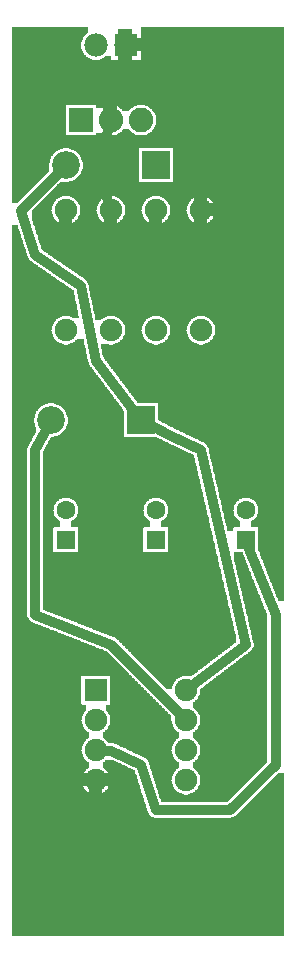
<source format=gbl>
G04 MADE WITH FRITZING*
G04 WWW.FRITZING.ORG*
G04 DOUBLE SIDED*
G04 HOLES PLATED*
G04 CONTOUR ON CENTER OF CONTOUR VECTOR*
%ASAXBY*%
%FSLAX23Y23*%
%MOIN*%
%OFA0B0*%
%SFA1.0B1.0*%
%ADD10C,0.075000*%
%ADD11C,0.082000*%
%ADD12C,0.078000*%
%ADD13C,0.092000*%
%ADD14C,0.062992*%
%ADD15R,0.075000X0.075000*%
%ADD16R,0.082000X0.082000*%
%ADD17R,0.078000X0.078000*%
%ADD18R,0.092000X0.092000*%
%ADD19R,0.062992X0.062992*%
%ADD20C,0.032000*%
%LNCOPPER0*%
G90*
G70*
G54D10*
X109Y2228D03*
X112Y3019D03*
X320Y861D03*
X620Y861D03*
X320Y761D03*
X620Y761D03*
X320Y661D03*
X620Y661D03*
X320Y561D03*
X620Y561D03*
G54D11*
X270Y2761D03*
X370Y2761D03*
X470Y2761D03*
G54D12*
X420Y3011D03*
X320Y3011D03*
G54D13*
X520Y2611D03*
X220Y2611D03*
X470Y1761D03*
X170Y1761D03*
G54D10*
X220Y2061D03*
X220Y2461D03*
G54D14*
X520Y1362D03*
X520Y1461D03*
X220Y1362D03*
X220Y1461D03*
X820Y1362D03*
X820Y1461D03*
G54D10*
X670Y2061D03*
X670Y2461D03*
X520Y2061D03*
X520Y2461D03*
X370Y2061D03*
X370Y2461D03*
G54D15*
X320Y861D03*
G54D16*
X270Y2761D03*
G54D17*
X420Y3011D03*
G54D18*
X520Y2611D03*
X470Y1761D03*
G54D19*
X520Y1362D03*
X220Y1362D03*
X820Y1362D03*
G54D20*
X269Y2209D02*
X321Y1960D01*
D02*
X321Y1960D02*
X445Y1795D01*
D02*
X118Y2313D02*
X269Y2209D01*
D02*
X71Y2459D02*
X118Y2313D01*
D02*
X118Y2313D02*
X71Y2459D01*
D02*
X71Y2459D02*
X118Y2313D01*
D02*
X190Y2580D02*
X71Y2459D01*
D02*
X519Y461D02*
X768Y461D01*
D02*
X768Y461D02*
X919Y612D01*
D02*
X919Y612D02*
X919Y1111D01*
D02*
X919Y1111D02*
X832Y1332D01*
D02*
X471Y612D02*
X519Y461D01*
D02*
X372Y659D02*
X471Y612D01*
D02*
X354Y660D02*
X372Y659D01*
D02*
X570Y1710D02*
X508Y1742D01*
D02*
X669Y1663D02*
X570Y1710D01*
D02*
X820Y1012D02*
X669Y1663D01*
D02*
X648Y882D02*
X820Y1012D01*
D02*
X321Y2610D02*
X360Y2493D01*
D02*
X359Y2725D02*
X321Y2610D01*
D02*
X118Y1663D02*
X118Y1111D01*
D02*
X118Y1111D02*
X372Y1012D01*
D02*
X372Y1012D02*
X596Y785D01*
D02*
X150Y1723D02*
X118Y1663D01*
G36*
X40Y2411D02*
X40Y2109D01*
X226Y2109D01*
X226Y2107D01*
X234Y2107D01*
X234Y2105D01*
X240Y2105D01*
X240Y2103D01*
X244Y2103D01*
X244Y2101D01*
X264Y2101D01*
X264Y2109D01*
X262Y2109D01*
X262Y2119D01*
X260Y2119D01*
X260Y2129D01*
X258Y2129D01*
X258Y2139D01*
X256Y2139D01*
X256Y2149D01*
X254Y2149D01*
X254Y2157D01*
X252Y2157D01*
X252Y2167D01*
X250Y2167D01*
X250Y2177D01*
X248Y2177D01*
X248Y2187D01*
X246Y2187D01*
X246Y2195D01*
X242Y2195D01*
X242Y2197D01*
X240Y2197D01*
X240Y2199D01*
X236Y2199D01*
X236Y2201D01*
X234Y2201D01*
X234Y2203D01*
X230Y2203D01*
X230Y2205D01*
X228Y2205D01*
X228Y2207D01*
X224Y2207D01*
X224Y2209D01*
X222Y2209D01*
X222Y2211D01*
X220Y2211D01*
X220Y2213D01*
X216Y2213D01*
X216Y2215D01*
X214Y2215D01*
X214Y2217D01*
X210Y2217D01*
X210Y2219D01*
X208Y2219D01*
X208Y2221D01*
X204Y2221D01*
X204Y2223D01*
X202Y2223D01*
X202Y2225D01*
X198Y2225D01*
X198Y2227D01*
X196Y2227D01*
X196Y2229D01*
X192Y2229D01*
X192Y2231D01*
X190Y2231D01*
X190Y2233D01*
X188Y2233D01*
X188Y2235D01*
X184Y2235D01*
X184Y2237D01*
X182Y2237D01*
X182Y2239D01*
X178Y2239D01*
X178Y2241D01*
X176Y2241D01*
X176Y2243D01*
X172Y2243D01*
X172Y2245D01*
X170Y2245D01*
X170Y2247D01*
X166Y2247D01*
X166Y2249D01*
X164Y2249D01*
X164Y2251D01*
X160Y2251D01*
X160Y2253D01*
X158Y2253D01*
X158Y2255D01*
X154Y2255D01*
X154Y2257D01*
X152Y2257D01*
X152Y2259D01*
X150Y2259D01*
X150Y2261D01*
X146Y2261D01*
X146Y2263D01*
X144Y2263D01*
X144Y2265D01*
X140Y2265D01*
X140Y2267D01*
X138Y2267D01*
X138Y2269D01*
X134Y2269D01*
X134Y2271D01*
X132Y2271D01*
X132Y2273D01*
X128Y2273D01*
X128Y2275D01*
X126Y2275D01*
X126Y2277D01*
X122Y2277D01*
X122Y2279D01*
X120Y2279D01*
X120Y2281D01*
X118Y2281D01*
X118Y2283D01*
X114Y2283D01*
X114Y2285D01*
X112Y2285D01*
X112Y2287D01*
X108Y2287D01*
X108Y2289D01*
X106Y2289D01*
X106Y2291D01*
X102Y2291D01*
X102Y2293D01*
X100Y2293D01*
X100Y2295D01*
X98Y2295D01*
X98Y2297D01*
X96Y2297D01*
X96Y2301D01*
X94Y2301D01*
X94Y2307D01*
X92Y2307D01*
X92Y2313D01*
X90Y2313D01*
X90Y2319D01*
X88Y2319D01*
X88Y2325D01*
X86Y2325D01*
X86Y2331D01*
X84Y2331D01*
X84Y2337D01*
X82Y2337D01*
X82Y2343D01*
X80Y2343D01*
X80Y2349D01*
X78Y2349D01*
X78Y2355D01*
X76Y2355D01*
X76Y2361D01*
X74Y2361D01*
X74Y2369D01*
X72Y2369D01*
X72Y2375D01*
X70Y2375D01*
X70Y2381D01*
X68Y2381D01*
X68Y2387D01*
X66Y2387D01*
X66Y2393D01*
X64Y2393D01*
X64Y2399D01*
X62Y2399D01*
X62Y2405D01*
X60Y2405D01*
X60Y2411D01*
X40Y2411D01*
G37*
D02*
G36*
X40Y2109D02*
X40Y2013D01*
X214Y2013D01*
X214Y2015D01*
X206Y2015D01*
X206Y2017D01*
X200Y2017D01*
X200Y2019D01*
X196Y2019D01*
X196Y2021D01*
X194Y2021D01*
X194Y2023D01*
X190Y2023D01*
X190Y2025D01*
X188Y2025D01*
X188Y2027D01*
X186Y2027D01*
X186Y2029D01*
X184Y2029D01*
X184Y2033D01*
X182Y2033D01*
X182Y2035D01*
X180Y2035D01*
X180Y2039D01*
X178Y2039D01*
X178Y2041D01*
X176Y2041D01*
X176Y2047D01*
X174Y2047D01*
X174Y2059D01*
X172Y2059D01*
X172Y2063D01*
X174Y2063D01*
X174Y2075D01*
X176Y2075D01*
X176Y2081D01*
X178Y2081D01*
X178Y2083D01*
X180Y2083D01*
X180Y2087D01*
X182Y2087D01*
X182Y2089D01*
X184Y2089D01*
X184Y2093D01*
X186Y2093D01*
X186Y2095D01*
X188Y2095D01*
X188Y2097D01*
X190Y2097D01*
X190Y2099D01*
X194Y2099D01*
X194Y2101D01*
X196Y2101D01*
X196Y2103D01*
X200Y2103D01*
X200Y2105D01*
X206Y2105D01*
X206Y2107D01*
X214Y2107D01*
X214Y2109D01*
X40Y2109D01*
G37*
D02*
G36*
X258Y2033D02*
X258Y2031D01*
X256Y2031D01*
X256Y2029D01*
X254Y2029D01*
X254Y2027D01*
X252Y2027D01*
X252Y2025D01*
X250Y2025D01*
X250Y2023D01*
X248Y2023D01*
X248Y2021D01*
X244Y2021D01*
X244Y2019D01*
X240Y2019D01*
X240Y2017D01*
X234Y2017D01*
X234Y2015D01*
X226Y2015D01*
X226Y2013D01*
X282Y2013D01*
X282Y2023D01*
X280Y2023D01*
X280Y2033D01*
X258Y2033D01*
G37*
D02*
G36*
X40Y2013D02*
X40Y2011D01*
X284Y2011D01*
X284Y2013D01*
X40Y2013D01*
G37*
D02*
G36*
X40Y2013D02*
X40Y2011D01*
X284Y2011D01*
X284Y2013D01*
X40Y2013D01*
G37*
D02*
G36*
X40Y2011D02*
X40Y1817D01*
X180Y1817D01*
X180Y1815D01*
X188Y1815D01*
X188Y1813D01*
X194Y1813D01*
X194Y1811D01*
X198Y1811D01*
X198Y1809D01*
X200Y1809D01*
X200Y1807D01*
X204Y1807D01*
X204Y1805D01*
X206Y1805D01*
X206Y1803D01*
X208Y1803D01*
X208Y1801D01*
X210Y1801D01*
X210Y1799D01*
X212Y1799D01*
X212Y1797D01*
X214Y1797D01*
X214Y1795D01*
X216Y1795D01*
X216Y1791D01*
X218Y1791D01*
X218Y1789D01*
X220Y1789D01*
X220Y1785D01*
X222Y1785D01*
X222Y1779D01*
X224Y1779D01*
X224Y1773D01*
X226Y1773D01*
X226Y1749D01*
X224Y1749D01*
X224Y1743D01*
X222Y1743D01*
X222Y1737D01*
X220Y1737D01*
X220Y1733D01*
X218Y1733D01*
X218Y1731D01*
X216Y1731D01*
X216Y1727D01*
X214Y1727D01*
X214Y1725D01*
X212Y1725D01*
X212Y1723D01*
X210Y1723D01*
X210Y1721D01*
X208Y1721D01*
X208Y1719D01*
X206Y1719D01*
X206Y1717D01*
X204Y1717D01*
X204Y1715D01*
X200Y1715D01*
X200Y1713D01*
X198Y1713D01*
X198Y1711D01*
X194Y1711D01*
X194Y1709D01*
X188Y1709D01*
X188Y1707D01*
X180Y1707D01*
X180Y1705D01*
X170Y1705D01*
X170Y1703D01*
X168Y1703D01*
X168Y1699D01*
X166Y1699D01*
X166Y1695D01*
X164Y1695D01*
X164Y1691D01*
X162Y1691D01*
X162Y1687D01*
X160Y1687D01*
X160Y1683D01*
X158Y1683D01*
X158Y1681D01*
X156Y1681D01*
X156Y1677D01*
X154Y1677D01*
X154Y1673D01*
X152Y1673D01*
X152Y1669D01*
X150Y1669D01*
X150Y1665D01*
X148Y1665D01*
X148Y1661D01*
X146Y1661D01*
X146Y1657D01*
X144Y1657D01*
X144Y1503D01*
X526Y1503D01*
X526Y1501D01*
X534Y1501D01*
X534Y1499D01*
X538Y1499D01*
X538Y1497D01*
X542Y1497D01*
X542Y1495D01*
X546Y1495D01*
X546Y1493D01*
X548Y1493D01*
X548Y1491D01*
X550Y1491D01*
X550Y1489D01*
X552Y1489D01*
X552Y1487D01*
X554Y1487D01*
X554Y1483D01*
X556Y1483D01*
X556Y1479D01*
X558Y1479D01*
X558Y1475D01*
X560Y1475D01*
X560Y1469D01*
X562Y1469D01*
X562Y1453D01*
X560Y1453D01*
X560Y1447D01*
X558Y1447D01*
X558Y1443D01*
X556Y1443D01*
X556Y1439D01*
X554Y1439D01*
X554Y1435D01*
X552Y1435D01*
X552Y1433D01*
X550Y1433D01*
X550Y1431D01*
X548Y1431D01*
X548Y1429D01*
X546Y1429D01*
X546Y1427D01*
X542Y1427D01*
X542Y1425D01*
X538Y1425D01*
X538Y1405D01*
X562Y1405D01*
X562Y1321D01*
X722Y1321D01*
X722Y1325D01*
X720Y1325D01*
X720Y1333D01*
X718Y1333D01*
X718Y1341D01*
X716Y1341D01*
X716Y1351D01*
X714Y1351D01*
X714Y1359D01*
X712Y1359D01*
X712Y1367D01*
X710Y1367D01*
X710Y1377D01*
X708Y1377D01*
X708Y1385D01*
X706Y1385D01*
X706Y1393D01*
X704Y1393D01*
X704Y1403D01*
X702Y1403D01*
X702Y1411D01*
X700Y1411D01*
X700Y1419D01*
X698Y1419D01*
X698Y1427D01*
X696Y1427D01*
X696Y1437D01*
X694Y1437D01*
X694Y1445D01*
X692Y1445D01*
X692Y1453D01*
X690Y1453D01*
X690Y1463D01*
X688Y1463D01*
X688Y1471D01*
X686Y1471D01*
X686Y1479D01*
X684Y1479D01*
X684Y1489D01*
X682Y1489D01*
X682Y1497D01*
X680Y1497D01*
X680Y1505D01*
X678Y1505D01*
X678Y1515D01*
X676Y1515D01*
X676Y1523D01*
X674Y1523D01*
X674Y1531D01*
X672Y1531D01*
X672Y1541D01*
X670Y1541D01*
X670Y1549D01*
X668Y1549D01*
X668Y1557D01*
X666Y1557D01*
X666Y1565D01*
X664Y1565D01*
X664Y1575D01*
X662Y1575D01*
X662Y1583D01*
X660Y1583D01*
X660Y1591D01*
X658Y1591D01*
X658Y1601D01*
X656Y1601D01*
X656Y1609D01*
X654Y1609D01*
X654Y1617D01*
X652Y1617D01*
X652Y1627D01*
X650Y1627D01*
X650Y1635D01*
X648Y1635D01*
X648Y1643D01*
X646Y1643D01*
X646Y1645D01*
X644Y1645D01*
X644Y1647D01*
X640Y1647D01*
X640Y1649D01*
X636Y1649D01*
X636Y1651D01*
X632Y1651D01*
X632Y1653D01*
X628Y1653D01*
X628Y1655D01*
X622Y1655D01*
X622Y1657D01*
X618Y1657D01*
X618Y1659D01*
X614Y1659D01*
X614Y1661D01*
X610Y1661D01*
X610Y1663D01*
X606Y1663D01*
X606Y1665D01*
X602Y1665D01*
X602Y1667D01*
X598Y1667D01*
X598Y1669D01*
X594Y1669D01*
X594Y1671D01*
X590Y1671D01*
X590Y1673D01*
X586Y1673D01*
X586Y1675D01*
X582Y1675D01*
X582Y1677D01*
X576Y1677D01*
X576Y1679D01*
X572Y1679D01*
X572Y1681D01*
X568Y1681D01*
X568Y1683D01*
X564Y1683D01*
X564Y1685D01*
X560Y1685D01*
X560Y1687D01*
X556Y1687D01*
X556Y1689D01*
X552Y1689D01*
X552Y1691D01*
X548Y1691D01*
X548Y1693D01*
X544Y1693D01*
X544Y1695D01*
X540Y1695D01*
X540Y1697D01*
X536Y1697D01*
X536Y1699D01*
X532Y1699D01*
X532Y1701D01*
X528Y1701D01*
X528Y1703D01*
X524Y1703D01*
X524Y1705D01*
X414Y1705D01*
X414Y1793D01*
X412Y1793D01*
X412Y1797D01*
X410Y1797D01*
X410Y1799D01*
X408Y1799D01*
X408Y1801D01*
X406Y1801D01*
X406Y1805D01*
X404Y1805D01*
X404Y1807D01*
X402Y1807D01*
X402Y1809D01*
X400Y1809D01*
X400Y1813D01*
X398Y1813D01*
X398Y1815D01*
X396Y1815D01*
X396Y1817D01*
X394Y1817D01*
X394Y1821D01*
X392Y1821D01*
X392Y1823D01*
X390Y1823D01*
X390Y1825D01*
X388Y1825D01*
X388Y1829D01*
X386Y1829D01*
X386Y1831D01*
X384Y1831D01*
X384Y1833D01*
X382Y1833D01*
X382Y1837D01*
X380Y1837D01*
X380Y1839D01*
X378Y1839D01*
X378Y1841D01*
X376Y1841D01*
X376Y1845D01*
X374Y1845D01*
X374Y1847D01*
X372Y1847D01*
X372Y1849D01*
X370Y1849D01*
X370Y1853D01*
X368Y1853D01*
X368Y1855D01*
X366Y1855D01*
X366Y1857D01*
X364Y1857D01*
X364Y1861D01*
X362Y1861D01*
X362Y1863D01*
X360Y1863D01*
X360Y1865D01*
X358Y1865D01*
X358Y1869D01*
X356Y1869D01*
X356Y1871D01*
X354Y1871D01*
X354Y1873D01*
X352Y1873D01*
X352Y1877D01*
X350Y1877D01*
X350Y1879D01*
X348Y1879D01*
X348Y1881D01*
X346Y1881D01*
X346Y1885D01*
X344Y1885D01*
X344Y1887D01*
X342Y1887D01*
X342Y1889D01*
X340Y1889D01*
X340Y1893D01*
X338Y1893D01*
X338Y1895D01*
X336Y1895D01*
X336Y1897D01*
X334Y1897D01*
X334Y1901D01*
X332Y1901D01*
X332Y1903D01*
X330Y1903D01*
X330Y1905D01*
X328Y1905D01*
X328Y1907D01*
X326Y1907D01*
X326Y1911D01*
X324Y1911D01*
X324Y1913D01*
X322Y1913D01*
X322Y1915D01*
X320Y1915D01*
X320Y1919D01*
X318Y1919D01*
X318Y1921D01*
X316Y1921D01*
X316Y1923D01*
X314Y1923D01*
X314Y1927D01*
X312Y1927D01*
X312Y1929D01*
X310Y1929D01*
X310Y1931D01*
X308Y1931D01*
X308Y1935D01*
X306Y1935D01*
X306Y1937D01*
X304Y1937D01*
X304Y1939D01*
X302Y1939D01*
X302Y1943D01*
X300Y1943D01*
X300Y1945D01*
X298Y1945D01*
X298Y1949D01*
X296Y1949D01*
X296Y1955D01*
X294Y1955D01*
X294Y1965D01*
X292Y1965D01*
X292Y1975D01*
X290Y1975D01*
X290Y1983D01*
X288Y1983D01*
X288Y1993D01*
X286Y1993D01*
X286Y2003D01*
X284Y2003D01*
X284Y2011D01*
X40Y2011D01*
G37*
D02*
G36*
X40Y1817D02*
X40Y909D01*
X368Y909D01*
X368Y813D01*
X354Y813D01*
X354Y793D01*
X356Y793D01*
X356Y791D01*
X358Y791D01*
X358Y789D01*
X360Y789D01*
X360Y785D01*
X362Y785D01*
X362Y781D01*
X364Y781D01*
X364Y777D01*
X366Y777D01*
X366Y769D01*
X368Y769D01*
X368Y753D01*
X366Y753D01*
X366Y745D01*
X364Y745D01*
X364Y741D01*
X362Y741D01*
X362Y737D01*
X360Y737D01*
X360Y733D01*
X358Y733D01*
X358Y731D01*
X356Y731D01*
X356Y729D01*
X354Y729D01*
X354Y727D01*
X352Y727D01*
X352Y725D01*
X350Y725D01*
X350Y723D01*
X348Y723D01*
X348Y721D01*
X344Y721D01*
X344Y701D01*
X348Y701D01*
X348Y699D01*
X350Y699D01*
X350Y697D01*
X352Y697D01*
X352Y695D01*
X354Y695D01*
X354Y693D01*
X356Y693D01*
X356Y691D01*
X358Y691D01*
X358Y689D01*
X360Y689D01*
X360Y685D01*
X380Y685D01*
X380Y683D01*
X386Y683D01*
X386Y681D01*
X390Y681D01*
X390Y679D01*
X394Y679D01*
X394Y677D01*
X398Y677D01*
X398Y675D01*
X402Y675D01*
X402Y673D01*
X406Y673D01*
X406Y671D01*
X410Y671D01*
X410Y669D01*
X414Y669D01*
X414Y667D01*
X420Y667D01*
X420Y665D01*
X424Y665D01*
X424Y663D01*
X428Y663D01*
X428Y661D01*
X432Y661D01*
X432Y659D01*
X436Y659D01*
X436Y657D01*
X440Y657D01*
X440Y655D01*
X444Y655D01*
X444Y653D01*
X448Y653D01*
X448Y651D01*
X452Y651D01*
X452Y649D01*
X456Y649D01*
X456Y647D01*
X460Y647D01*
X460Y645D01*
X466Y645D01*
X466Y643D01*
X470Y643D01*
X470Y641D01*
X474Y641D01*
X474Y639D01*
X478Y639D01*
X478Y637D01*
X482Y637D01*
X482Y635D01*
X486Y635D01*
X486Y633D01*
X488Y633D01*
X488Y631D01*
X490Y631D01*
X490Y629D01*
X492Y629D01*
X492Y627D01*
X494Y627D01*
X494Y623D01*
X496Y623D01*
X496Y617D01*
X498Y617D01*
X498Y611D01*
X500Y611D01*
X500Y605D01*
X502Y605D01*
X502Y597D01*
X504Y597D01*
X504Y591D01*
X506Y591D01*
X506Y585D01*
X508Y585D01*
X508Y579D01*
X510Y579D01*
X510Y573D01*
X512Y573D01*
X512Y567D01*
X514Y567D01*
X514Y559D01*
X516Y559D01*
X516Y553D01*
X518Y553D01*
X518Y547D01*
X520Y547D01*
X520Y541D01*
X522Y541D01*
X522Y535D01*
X524Y535D01*
X524Y527D01*
X526Y527D01*
X526Y521D01*
X528Y521D01*
X528Y515D01*
X530Y515D01*
X530Y513D01*
X614Y513D01*
X614Y515D01*
X606Y515D01*
X606Y517D01*
X600Y517D01*
X600Y519D01*
X596Y519D01*
X596Y521D01*
X594Y521D01*
X594Y523D01*
X590Y523D01*
X590Y525D01*
X588Y525D01*
X588Y527D01*
X586Y527D01*
X586Y529D01*
X584Y529D01*
X584Y533D01*
X582Y533D01*
X582Y535D01*
X580Y535D01*
X580Y539D01*
X578Y539D01*
X578Y541D01*
X576Y541D01*
X576Y547D01*
X574Y547D01*
X574Y559D01*
X572Y559D01*
X572Y563D01*
X574Y563D01*
X574Y575D01*
X576Y575D01*
X576Y581D01*
X578Y581D01*
X578Y583D01*
X580Y583D01*
X580Y587D01*
X582Y587D01*
X582Y589D01*
X584Y589D01*
X584Y593D01*
X586Y593D01*
X586Y595D01*
X588Y595D01*
X588Y597D01*
X590Y597D01*
X590Y599D01*
X594Y599D01*
X594Y601D01*
X596Y601D01*
X596Y621D01*
X594Y621D01*
X594Y623D01*
X590Y623D01*
X590Y625D01*
X588Y625D01*
X588Y627D01*
X586Y627D01*
X586Y629D01*
X584Y629D01*
X584Y633D01*
X582Y633D01*
X582Y635D01*
X580Y635D01*
X580Y639D01*
X578Y639D01*
X578Y641D01*
X576Y641D01*
X576Y647D01*
X574Y647D01*
X574Y659D01*
X572Y659D01*
X572Y663D01*
X574Y663D01*
X574Y675D01*
X576Y675D01*
X576Y681D01*
X578Y681D01*
X578Y683D01*
X580Y683D01*
X580Y687D01*
X582Y687D01*
X582Y689D01*
X584Y689D01*
X584Y693D01*
X586Y693D01*
X586Y695D01*
X588Y695D01*
X588Y697D01*
X590Y697D01*
X590Y699D01*
X594Y699D01*
X594Y701D01*
X596Y701D01*
X596Y721D01*
X594Y721D01*
X594Y723D01*
X590Y723D01*
X590Y725D01*
X588Y725D01*
X588Y727D01*
X586Y727D01*
X586Y729D01*
X584Y729D01*
X584Y733D01*
X582Y733D01*
X582Y735D01*
X580Y735D01*
X580Y739D01*
X578Y739D01*
X578Y741D01*
X576Y741D01*
X576Y747D01*
X574Y747D01*
X574Y759D01*
X572Y759D01*
X572Y775D01*
X570Y775D01*
X570Y777D01*
X568Y777D01*
X568Y779D01*
X566Y779D01*
X566Y781D01*
X564Y781D01*
X564Y783D01*
X562Y783D01*
X562Y785D01*
X560Y785D01*
X560Y787D01*
X558Y787D01*
X558Y789D01*
X556Y789D01*
X556Y791D01*
X554Y791D01*
X554Y793D01*
X552Y793D01*
X552Y795D01*
X550Y795D01*
X550Y797D01*
X548Y797D01*
X548Y799D01*
X546Y799D01*
X546Y801D01*
X544Y801D01*
X544Y803D01*
X542Y803D01*
X542Y805D01*
X540Y805D01*
X540Y807D01*
X538Y807D01*
X538Y809D01*
X536Y809D01*
X536Y811D01*
X534Y811D01*
X534Y813D01*
X532Y813D01*
X532Y815D01*
X530Y815D01*
X530Y817D01*
X528Y817D01*
X528Y819D01*
X526Y819D01*
X526Y821D01*
X524Y821D01*
X524Y823D01*
X522Y823D01*
X522Y825D01*
X520Y825D01*
X520Y827D01*
X518Y827D01*
X518Y829D01*
X516Y829D01*
X516Y831D01*
X514Y831D01*
X514Y833D01*
X512Y833D01*
X512Y835D01*
X510Y835D01*
X510Y837D01*
X508Y837D01*
X508Y839D01*
X506Y839D01*
X506Y841D01*
X504Y841D01*
X504Y843D01*
X502Y843D01*
X502Y845D01*
X500Y845D01*
X500Y847D01*
X498Y847D01*
X498Y849D01*
X496Y849D01*
X496Y851D01*
X494Y851D01*
X494Y853D01*
X492Y853D01*
X492Y855D01*
X490Y855D01*
X490Y857D01*
X488Y857D01*
X488Y859D01*
X486Y859D01*
X486Y861D01*
X484Y861D01*
X484Y863D01*
X482Y863D01*
X482Y865D01*
X480Y865D01*
X480Y867D01*
X478Y867D01*
X478Y869D01*
X476Y869D01*
X476Y871D01*
X474Y871D01*
X474Y873D01*
X472Y873D01*
X472Y875D01*
X470Y875D01*
X470Y877D01*
X468Y877D01*
X468Y879D01*
X466Y879D01*
X466Y881D01*
X464Y881D01*
X464Y883D01*
X462Y883D01*
X462Y885D01*
X460Y885D01*
X460Y887D01*
X458Y887D01*
X458Y889D01*
X456Y889D01*
X456Y891D01*
X454Y891D01*
X454Y893D01*
X452Y893D01*
X452Y895D01*
X450Y895D01*
X450Y897D01*
X448Y897D01*
X448Y899D01*
X446Y899D01*
X446Y901D01*
X444Y901D01*
X444Y903D01*
X442Y903D01*
X442Y905D01*
X440Y905D01*
X440Y907D01*
X438Y907D01*
X438Y909D01*
X436Y909D01*
X436Y911D01*
X434Y911D01*
X434Y913D01*
X432Y913D01*
X432Y915D01*
X430Y915D01*
X430Y919D01*
X428Y919D01*
X428Y921D01*
X426Y921D01*
X426Y923D01*
X424Y923D01*
X424Y925D01*
X422Y925D01*
X422Y927D01*
X420Y927D01*
X420Y929D01*
X418Y929D01*
X418Y931D01*
X416Y931D01*
X416Y933D01*
X414Y933D01*
X414Y935D01*
X412Y935D01*
X412Y937D01*
X410Y937D01*
X410Y939D01*
X408Y939D01*
X408Y941D01*
X406Y941D01*
X406Y943D01*
X404Y943D01*
X404Y945D01*
X402Y945D01*
X402Y947D01*
X400Y947D01*
X400Y949D01*
X398Y949D01*
X398Y951D01*
X396Y951D01*
X396Y953D01*
X394Y953D01*
X394Y955D01*
X392Y955D01*
X392Y957D01*
X390Y957D01*
X390Y959D01*
X388Y959D01*
X388Y961D01*
X386Y961D01*
X386Y963D01*
X384Y963D01*
X384Y965D01*
X382Y965D01*
X382Y967D01*
X380Y967D01*
X380Y969D01*
X378Y969D01*
X378Y971D01*
X376Y971D01*
X376Y973D01*
X374Y973D01*
X374Y975D01*
X372Y975D01*
X372Y977D01*
X370Y977D01*
X370Y979D01*
X368Y979D01*
X368Y981D01*
X366Y981D01*
X366Y983D01*
X364Y983D01*
X364Y985D01*
X362Y985D01*
X362Y987D01*
X360Y987D01*
X360Y989D01*
X358Y989D01*
X358Y991D01*
X354Y991D01*
X354Y993D01*
X348Y993D01*
X348Y995D01*
X344Y995D01*
X344Y997D01*
X338Y997D01*
X338Y999D01*
X332Y999D01*
X332Y1001D01*
X328Y1001D01*
X328Y1003D01*
X322Y1003D01*
X322Y1005D01*
X318Y1005D01*
X318Y1007D01*
X312Y1007D01*
X312Y1009D01*
X308Y1009D01*
X308Y1011D01*
X302Y1011D01*
X302Y1013D01*
X298Y1013D01*
X298Y1015D01*
X292Y1015D01*
X292Y1017D01*
X286Y1017D01*
X286Y1019D01*
X282Y1019D01*
X282Y1021D01*
X276Y1021D01*
X276Y1023D01*
X272Y1023D01*
X272Y1025D01*
X266Y1025D01*
X266Y1027D01*
X262Y1027D01*
X262Y1029D01*
X256Y1029D01*
X256Y1031D01*
X250Y1031D01*
X250Y1033D01*
X246Y1033D01*
X246Y1035D01*
X240Y1035D01*
X240Y1037D01*
X236Y1037D01*
X236Y1039D01*
X230Y1039D01*
X230Y1041D01*
X226Y1041D01*
X226Y1043D01*
X220Y1043D01*
X220Y1045D01*
X214Y1045D01*
X214Y1047D01*
X210Y1047D01*
X210Y1049D01*
X204Y1049D01*
X204Y1051D01*
X200Y1051D01*
X200Y1053D01*
X194Y1053D01*
X194Y1055D01*
X190Y1055D01*
X190Y1057D01*
X184Y1057D01*
X184Y1059D01*
X180Y1059D01*
X180Y1061D01*
X174Y1061D01*
X174Y1063D01*
X168Y1063D01*
X168Y1065D01*
X164Y1065D01*
X164Y1067D01*
X158Y1067D01*
X158Y1069D01*
X154Y1069D01*
X154Y1071D01*
X148Y1071D01*
X148Y1073D01*
X144Y1073D01*
X144Y1075D01*
X138Y1075D01*
X138Y1077D01*
X132Y1077D01*
X132Y1079D01*
X128Y1079D01*
X128Y1081D01*
X122Y1081D01*
X122Y1083D01*
X118Y1083D01*
X118Y1085D01*
X112Y1085D01*
X112Y1087D01*
X108Y1087D01*
X108Y1089D01*
X104Y1089D01*
X104Y1091D01*
X102Y1091D01*
X102Y1093D01*
X100Y1093D01*
X100Y1095D01*
X98Y1095D01*
X98Y1097D01*
X96Y1097D01*
X96Y1101D01*
X94Y1101D01*
X94Y1105D01*
X92Y1105D01*
X92Y1669D01*
X94Y1669D01*
X94Y1675D01*
X96Y1675D01*
X96Y1679D01*
X98Y1679D01*
X98Y1681D01*
X100Y1681D01*
X100Y1685D01*
X102Y1685D01*
X102Y1689D01*
X104Y1689D01*
X104Y1693D01*
X106Y1693D01*
X106Y1697D01*
X108Y1697D01*
X108Y1701D01*
X110Y1701D01*
X110Y1705D01*
X112Y1705D01*
X112Y1709D01*
X114Y1709D01*
X114Y1713D01*
X116Y1713D01*
X116Y1715D01*
X118Y1715D01*
X118Y1719D01*
X120Y1719D01*
X120Y1739D01*
X118Y1739D01*
X118Y1745D01*
X116Y1745D01*
X116Y1753D01*
X114Y1753D01*
X114Y1769D01*
X116Y1769D01*
X116Y1777D01*
X118Y1777D01*
X118Y1783D01*
X120Y1783D01*
X120Y1787D01*
X122Y1787D01*
X122Y1791D01*
X124Y1791D01*
X124Y1793D01*
X126Y1793D01*
X126Y1797D01*
X128Y1797D01*
X128Y1799D01*
X130Y1799D01*
X130Y1801D01*
X132Y1801D01*
X132Y1803D01*
X134Y1803D01*
X134Y1805D01*
X138Y1805D01*
X138Y1807D01*
X140Y1807D01*
X140Y1809D01*
X144Y1809D01*
X144Y1811D01*
X148Y1811D01*
X148Y1813D01*
X152Y1813D01*
X152Y1815D01*
X160Y1815D01*
X160Y1817D01*
X40Y1817D01*
G37*
D02*
G36*
X144Y1503D02*
X144Y1321D01*
X178Y1321D01*
X178Y1403D01*
X180Y1403D01*
X180Y1405D01*
X202Y1405D01*
X202Y1425D01*
X198Y1425D01*
X198Y1427D01*
X196Y1427D01*
X196Y1429D01*
X194Y1429D01*
X194Y1431D01*
X190Y1431D01*
X190Y1435D01*
X188Y1435D01*
X188Y1437D01*
X186Y1437D01*
X186Y1439D01*
X184Y1439D01*
X184Y1443D01*
X182Y1443D01*
X182Y1449D01*
X180Y1449D01*
X180Y1459D01*
X178Y1459D01*
X178Y1463D01*
X180Y1463D01*
X180Y1473D01*
X182Y1473D01*
X182Y1479D01*
X184Y1479D01*
X184Y1483D01*
X186Y1483D01*
X186Y1485D01*
X188Y1485D01*
X188Y1487D01*
X190Y1487D01*
X190Y1491D01*
X192Y1491D01*
X192Y1493D01*
X196Y1493D01*
X196Y1495D01*
X198Y1495D01*
X198Y1497D01*
X202Y1497D01*
X202Y1499D01*
X206Y1499D01*
X206Y1501D01*
X216Y1501D01*
X216Y1503D01*
X144Y1503D01*
G37*
D02*
G36*
X226Y1503D02*
X226Y1501D01*
X234Y1501D01*
X234Y1499D01*
X238Y1499D01*
X238Y1497D01*
X242Y1497D01*
X242Y1495D01*
X246Y1495D01*
X246Y1493D01*
X248Y1493D01*
X248Y1491D01*
X250Y1491D01*
X250Y1489D01*
X252Y1489D01*
X252Y1487D01*
X254Y1487D01*
X254Y1483D01*
X256Y1483D01*
X256Y1479D01*
X258Y1479D01*
X258Y1475D01*
X260Y1475D01*
X260Y1469D01*
X262Y1469D01*
X262Y1453D01*
X260Y1453D01*
X260Y1447D01*
X258Y1447D01*
X258Y1443D01*
X256Y1443D01*
X256Y1439D01*
X254Y1439D01*
X254Y1435D01*
X252Y1435D01*
X252Y1433D01*
X250Y1433D01*
X250Y1431D01*
X248Y1431D01*
X248Y1429D01*
X246Y1429D01*
X246Y1427D01*
X242Y1427D01*
X242Y1425D01*
X238Y1425D01*
X238Y1405D01*
X262Y1405D01*
X262Y1321D01*
X478Y1321D01*
X478Y1403D01*
X480Y1403D01*
X480Y1405D01*
X502Y1405D01*
X502Y1425D01*
X498Y1425D01*
X498Y1427D01*
X496Y1427D01*
X496Y1429D01*
X494Y1429D01*
X494Y1431D01*
X490Y1431D01*
X490Y1435D01*
X488Y1435D01*
X488Y1437D01*
X486Y1437D01*
X486Y1439D01*
X484Y1439D01*
X484Y1443D01*
X482Y1443D01*
X482Y1449D01*
X480Y1449D01*
X480Y1459D01*
X478Y1459D01*
X478Y1463D01*
X480Y1463D01*
X480Y1473D01*
X482Y1473D01*
X482Y1479D01*
X484Y1479D01*
X484Y1483D01*
X486Y1483D01*
X486Y1485D01*
X488Y1485D01*
X488Y1487D01*
X490Y1487D01*
X490Y1491D01*
X492Y1491D01*
X492Y1493D01*
X496Y1493D01*
X496Y1495D01*
X498Y1495D01*
X498Y1497D01*
X502Y1497D01*
X502Y1499D01*
X506Y1499D01*
X506Y1501D01*
X516Y1501D01*
X516Y1503D01*
X226Y1503D01*
G37*
D02*
G36*
X144Y1321D02*
X144Y1319D01*
X722Y1319D01*
X722Y1321D01*
X144Y1321D01*
G37*
D02*
G36*
X144Y1321D02*
X144Y1319D01*
X722Y1319D01*
X722Y1321D01*
X144Y1321D01*
G37*
D02*
G36*
X144Y1321D02*
X144Y1319D01*
X722Y1319D01*
X722Y1321D01*
X144Y1321D01*
G37*
D02*
G36*
X780Y1321D02*
X780Y1295D01*
X782Y1295D01*
X782Y1287D01*
X784Y1287D01*
X784Y1279D01*
X786Y1279D01*
X786Y1271D01*
X788Y1271D01*
X788Y1261D01*
X790Y1261D01*
X790Y1253D01*
X792Y1253D01*
X792Y1245D01*
X794Y1245D01*
X794Y1235D01*
X796Y1235D01*
X796Y1227D01*
X798Y1227D01*
X798Y1219D01*
X800Y1219D01*
X800Y1209D01*
X802Y1209D01*
X802Y1201D01*
X804Y1201D01*
X804Y1193D01*
X806Y1193D01*
X806Y1183D01*
X808Y1183D01*
X808Y1175D01*
X810Y1175D01*
X810Y1167D01*
X812Y1167D01*
X812Y1157D01*
X814Y1157D01*
X814Y1149D01*
X816Y1149D01*
X816Y1141D01*
X818Y1141D01*
X818Y1131D01*
X820Y1131D01*
X820Y1123D01*
X822Y1123D01*
X822Y1115D01*
X824Y1115D01*
X824Y1107D01*
X826Y1107D01*
X826Y1097D01*
X828Y1097D01*
X828Y1089D01*
X830Y1089D01*
X830Y1081D01*
X832Y1081D01*
X832Y1071D01*
X834Y1071D01*
X834Y1063D01*
X836Y1063D01*
X836Y1055D01*
X838Y1055D01*
X838Y1045D01*
X840Y1045D01*
X840Y1037D01*
X842Y1037D01*
X842Y1029D01*
X844Y1029D01*
X844Y1019D01*
X846Y1019D01*
X846Y1005D01*
X844Y1005D01*
X844Y1001D01*
X842Y1001D01*
X842Y997D01*
X840Y997D01*
X840Y995D01*
X838Y995D01*
X838Y993D01*
X836Y993D01*
X836Y991D01*
X834Y991D01*
X834Y989D01*
X830Y989D01*
X830Y987D01*
X828Y987D01*
X828Y985D01*
X826Y985D01*
X826Y983D01*
X822Y983D01*
X822Y981D01*
X820Y981D01*
X820Y979D01*
X818Y979D01*
X818Y977D01*
X814Y977D01*
X814Y975D01*
X812Y975D01*
X812Y973D01*
X810Y973D01*
X810Y971D01*
X806Y971D01*
X806Y969D01*
X804Y969D01*
X804Y967D01*
X802Y967D01*
X802Y965D01*
X798Y965D01*
X798Y963D01*
X796Y963D01*
X796Y961D01*
X794Y961D01*
X794Y959D01*
X792Y959D01*
X792Y957D01*
X788Y957D01*
X788Y955D01*
X786Y955D01*
X786Y953D01*
X784Y953D01*
X784Y951D01*
X780Y951D01*
X780Y949D01*
X778Y949D01*
X778Y947D01*
X776Y947D01*
X776Y945D01*
X772Y945D01*
X772Y943D01*
X770Y943D01*
X770Y941D01*
X768Y941D01*
X768Y939D01*
X764Y939D01*
X764Y937D01*
X762Y937D01*
X762Y935D01*
X760Y935D01*
X760Y933D01*
X756Y933D01*
X756Y931D01*
X754Y931D01*
X754Y929D01*
X752Y929D01*
X752Y927D01*
X748Y927D01*
X748Y925D01*
X746Y925D01*
X746Y923D01*
X744Y923D01*
X744Y921D01*
X742Y921D01*
X742Y919D01*
X738Y919D01*
X738Y917D01*
X736Y917D01*
X736Y915D01*
X734Y915D01*
X734Y913D01*
X730Y913D01*
X730Y911D01*
X728Y911D01*
X728Y909D01*
X726Y909D01*
X726Y907D01*
X722Y907D01*
X722Y905D01*
X720Y905D01*
X720Y903D01*
X718Y903D01*
X718Y901D01*
X714Y901D01*
X714Y899D01*
X712Y899D01*
X712Y897D01*
X710Y897D01*
X710Y895D01*
X706Y895D01*
X706Y893D01*
X704Y893D01*
X704Y891D01*
X702Y891D01*
X702Y889D01*
X698Y889D01*
X698Y887D01*
X696Y887D01*
X696Y885D01*
X694Y885D01*
X694Y883D01*
X690Y883D01*
X690Y881D01*
X688Y881D01*
X688Y879D01*
X686Y879D01*
X686Y877D01*
X684Y877D01*
X684Y875D01*
X680Y875D01*
X680Y873D01*
X678Y873D01*
X678Y871D01*
X676Y871D01*
X676Y869D01*
X672Y869D01*
X672Y867D01*
X670Y867D01*
X670Y865D01*
X668Y865D01*
X668Y853D01*
X666Y853D01*
X666Y845D01*
X664Y845D01*
X664Y841D01*
X662Y841D01*
X662Y837D01*
X660Y837D01*
X660Y833D01*
X658Y833D01*
X658Y831D01*
X656Y831D01*
X656Y829D01*
X654Y829D01*
X654Y827D01*
X652Y827D01*
X652Y825D01*
X650Y825D01*
X650Y823D01*
X648Y823D01*
X648Y821D01*
X644Y821D01*
X644Y801D01*
X648Y801D01*
X648Y799D01*
X650Y799D01*
X650Y797D01*
X652Y797D01*
X652Y795D01*
X654Y795D01*
X654Y793D01*
X656Y793D01*
X656Y791D01*
X658Y791D01*
X658Y789D01*
X660Y789D01*
X660Y785D01*
X662Y785D01*
X662Y781D01*
X664Y781D01*
X664Y777D01*
X666Y777D01*
X666Y769D01*
X668Y769D01*
X668Y753D01*
X666Y753D01*
X666Y745D01*
X664Y745D01*
X664Y741D01*
X662Y741D01*
X662Y737D01*
X660Y737D01*
X660Y733D01*
X658Y733D01*
X658Y731D01*
X656Y731D01*
X656Y729D01*
X654Y729D01*
X654Y727D01*
X652Y727D01*
X652Y725D01*
X650Y725D01*
X650Y723D01*
X648Y723D01*
X648Y721D01*
X644Y721D01*
X644Y701D01*
X648Y701D01*
X648Y699D01*
X650Y699D01*
X650Y697D01*
X652Y697D01*
X652Y695D01*
X654Y695D01*
X654Y693D01*
X656Y693D01*
X656Y691D01*
X658Y691D01*
X658Y689D01*
X660Y689D01*
X660Y685D01*
X662Y685D01*
X662Y681D01*
X664Y681D01*
X664Y677D01*
X666Y677D01*
X666Y669D01*
X668Y669D01*
X668Y653D01*
X666Y653D01*
X666Y645D01*
X664Y645D01*
X664Y641D01*
X662Y641D01*
X662Y637D01*
X660Y637D01*
X660Y633D01*
X658Y633D01*
X658Y631D01*
X656Y631D01*
X656Y629D01*
X654Y629D01*
X654Y627D01*
X652Y627D01*
X652Y625D01*
X650Y625D01*
X650Y623D01*
X648Y623D01*
X648Y621D01*
X644Y621D01*
X644Y601D01*
X648Y601D01*
X648Y599D01*
X650Y599D01*
X650Y597D01*
X652Y597D01*
X652Y595D01*
X654Y595D01*
X654Y593D01*
X656Y593D01*
X656Y591D01*
X658Y591D01*
X658Y589D01*
X660Y589D01*
X660Y585D01*
X662Y585D01*
X662Y581D01*
X664Y581D01*
X664Y577D01*
X666Y577D01*
X666Y569D01*
X668Y569D01*
X668Y553D01*
X666Y553D01*
X666Y545D01*
X664Y545D01*
X664Y541D01*
X662Y541D01*
X662Y537D01*
X660Y537D01*
X660Y533D01*
X658Y533D01*
X658Y531D01*
X656Y531D01*
X656Y529D01*
X654Y529D01*
X654Y527D01*
X652Y527D01*
X652Y525D01*
X650Y525D01*
X650Y523D01*
X648Y523D01*
X648Y521D01*
X644Y521D01*
X644Y519D01*
X640Y519D01*
X640Y517D01*
X634Y517D01*
X634Y515D01*
X626Y515D01*
X626Y513D01*
X784Y513D01*
X784Y515D01*
X786Y515D01*
X786Y517D01*
X788Y517D01*
X788Y519D01*
X790Y519D01*
X790Y521D01*
X792Y521D01*
X792Y523D01*
X794Y523D01*
X794Y525D01*
X796Y525D01*
X796Y527D01*
X798Y527D01*
X798Y529D01*
X800Y529D01*
X800Y531D01*
X802Y531D01*
X802Y533D01*
X804Y533D01*
X804Y535D01*
X806Y535D01*
X806Y537D01*
X808Y537D01*
X808Y539D01*
X810Y539D01*
X810Y541D01*
X812Y541D01*
X812Y543D01*
X814Y543D01*
X814Y545D01*
X816Y545D01*
X816Y547D01*
X818Y547D01*
X818Y549D01*
X820Y549D01*
X820Y551D01*
X822Y551D01*
X822Y553D01*
X824Y553D01*
X824Y555D01*
X826Y555D01*
X826Y557D01*
X828Y557D01*
X828Y559D01*
X830Y559D01*
X830Y561D01*
X832Y561D01*
X832Y563D01*
X834Y563D01*
X834Y565D01*
X836Y565D01*
X836Y567D01*
X838Y567D01*
X838Y569D01*
X840Y569D01*
X840Y571D01*
X842Y571D01*
X842Y573D01*
X844Y573D01*
X844Y575D01*
X846Y575D01*
X846Y577D01*
X848Y577D01*
X848Y579D01*
X850Y579D01*
X850Y581D01*
X852Y581D01*
X852Y583D01*
X854Y583D01*
X854Y585D01*
X856Y585D01*
X856Y587D01*
X858Y587D01*
X858Y589D01*
X860Y589D01*
X860Y591D01*
X862Y591D01*
X862Y593D01*
X864Y593D01*
X864Y595D01*
X866Y595D01*
X866Y597D01*
X868Y597D01*
X868Y599D01*
X870Y599D01*
X870Y601D01*
X872Y601D01*
X872Y603D01*
X874Y603D01*
X874Y605D01*
X876Y605D01*
X876Y607D01*
X878Y607D01*
X878Y609D01*
X880Y609D01*
X880Y611D01*
X882Y611D01*
X882Y613D01*
X884Y613D01*
X884Y615D01*
X886Y615D01*
X886Y617D01*
X888Y617D01*
X888Y619D01*
X890Y619D01*
X890Y621D01*
X892Y621D01*
X892Y1111D01*
X890Y1111D01*
X890Y1117D01*
X888Y1117D01*
X888Y1121D01*
X886Y1121D01*
X886Y1127D01*
X884Y1127D01*
X884Y1133D01*
X882Y1133D01*
X882Y1137D01*
X880Y1137D01*
X880Y1143D01*
X878Y1143D01*
X878Y1147D01*
X876Y1147D01*
X876Y1153D01*
X874Y1153D01*
X874Y1157D01*
X872Y1157D01*
X872Y1163D01*
X870Y1163D01*
X870Y1167D01*
X868Y1167D01*
X868Y1173D01*
X866Y1173D01*
X866Y1177D01*
X864Y1177D01*
X864Y1183D01*
X862Y1183D01*
X862Y1189D01*
X860Y1189D01*
X860Y1193D01*
X858Y1193D01*
X858Y1199D01*
X856Y1199D01*
X856Y1203D01*
X854Y1203D01*
X854Y1209D01*
X852Y1209D01*
X852Y1213D01*
X850Y1213D01*
X850Y1219D01*
X848Y1219D01*
X848Y1223D01*
X846Y1223D01*
X846Y1229D01*
X844Y1229D01*
X844Y1233D01*
X842Y1233D01*
X842Y1239D01*
X840Y1239D01*
X840Y1243D01*
X838Y1243D01*
X838Y1249D01*
X836Y1249D01*
X836Y1255D01*
X834Y1255D01*
X834Y1259D01*
X832Y1259D01*
X832Y1265D01*
X830Y1265D01*
X830Y1269D01*
X828Y1269D01*
X828Y1275D01*
X826Y1275D01*
X826Y1279D01*
X824Y1279D01*
X824Y1285D01*
X822Y1285D01*
X822Y1289D01*
X820Y1289D01*
X820Y1295D01*
X818Y1295D01*
X818Y1299D01*
X816Y1299D01*
X816Y1305D01*
X814Y1305D01*
X814Y1311D01*
X812Y1311D01*
X812Y1315D01*
X810Y1315D01*
X810Y1321D01*
X780Y1321D01*
G37*
D02*
G36*
X144Y1319D02*
X144Y1129D01*
X148Y1129D01*
X148Y1127D01*
X152Y1127D01*
X152Y1125D01*
X158Y1125D01*
X158Y1123D01*
X164Y1123D01*
X164Y1121D01*
X168Y1121D01*
X168Y1119D01*
X174Y1119D01*
X174Y1117D01*
X178Y1117D01*
X178Y1115D01*
X184Y1115D01*
X184Y1113D01*
X188Y1113D01*
X188Y1111D01*
X194Y1111D01*
X194Y1109D01*
X200Y1109D01*
X200Y1107D01*
X204Y1107D01*
X204Y1105D01*
X210Y1105D01*
X210Y1103D01*
X214Y1103D01*
X214Y1101D01*
X220Y1101D01*
X220Y1099D01*
X224Y1099D01*
X224Y1097D01*
X230Y1097D01*
X230Y1095D01*
X236Y1095D01*
X236Y1093D01*
X240Y1093D01*
X240Y1091D01*
X246Y1091D01*
X246Y1089D01*
X250Y1089D01*
X250Y1087D01*
X256Y1087D01*
X256Y1085D01*
X260Y1085D01*
X260Y1083D01*
X266Y1083D01*
X266Y1081D01*
X270Y1081D01*
X270Y1079D01*
X276Y1079D01*
X276Y1077D01*
X282Y1077D01*
X282Y1075D01*
X286Y1075D01*
X286Y1073D01*
X292Y1073D01*
X292Y1071D01*
X296Y1071D01*
X296Y1069D01*
X302Y1069D01*
X302Y1067D01*
X306Y1067D01*
X306Y1065D01*
X312Y1065D01*
X312Y1063D01*
X318Y1063D01*
X318Y1061D01*
X322Y1061D01*
X322Y1059D01*
X328Y1059D01*
X328Y1057D01*
X332Y1057D01*
X332Y1055D01*
X338Y1055D01*
X338Y1053D01*
X342Y1053D01*
X342Y1051D01*
X348Y1051D01*
X348Y1049D01*
X354Y1049D01*
X354Y1047D01*
X358Y1047D01*
X358Y1045D01*
X364Y1045D01*
X364Y1043D01*
X368Y1043D01*
X368Y1041D01*
X374Y1041D01*
X374Y1039D01*
X378Y1039D01*
X378Y1037D01*
X384Y1037D01*
X384Y1035D01*
X386Y1035D01*
X386Y1033D01*
X390Y1033D01*
X390Y1031D01*
X392Y1031D01*
X392Y1029D01*
X394Y1029D01*
X394Y1027D01*
X396Y1027D01*
X396Y1025D01*
X398Y1025D01*
X398Y1023D01*
X400Y1023D01*
X400Y1021D01*
X402Y1021D01*
X402Y1019D01*
X404Y1019D01*
X404Y1017D01*
X406Y1017D01*
X406Y1015D01*
X408Y1015D01*
X408Y1013D01*
X410Y1013D01*
X410Y1011D01*
X412Y1011D01*
X412Y1009D01*
X414Y1009D01*
X414Y1007D01*
X416Y1007D01*
X416Y1005D01*
X418Y1005D01*
X418Y1003D01*
X420Y1003D01*
X420Y1001D01*
X422Y1001D01*
X422Y999D01*
X424Y999D01*
X424Y997D01*
X426Y997D01*
X426Y995D01*
X428Y995D01*
X428Y993D01*
X430Y993D01*
X430Y991D01*
X432Y991D01*
X432Y989D01*
X434Y989D01*
X434Y987D01*
X436Y987D01*
X436Y983D01*
X438Y983D01*
X438Y981D01*
X440Y981D01*
X440Y979D01*
X442Y979D01*
X442Y977D01*
X444Y977D01*
X444Y975D01*
X446Y975D01*
X446Y973D01*
X448Y973D01*
X448Y971D01*
X450Y971D01*
X450Y969D01*
X452Y969D01*
X452Y967D01*
X454Y967D01*
X454Y965D01*
X456Y965D01*
X456Y963D01*
X458Y963D01*
X458Y961D01*
X460Y961D01*
X460Y959D01*
X462Y959D01*
X462Y957D01*
X464Y957D01*
X464Y955D01*
X466Y955D01*
X466Y953D01*
X468Y953D01*
X468Y951D01*
X470Y951D01*
X470Y949D01*
X472Y949D01*
X472Y947D01*
X474Y947D01*
X474Y945D01*
X476Y945D01*
X476Y943D01*
X478Y943D01*
X478Y941D01*
X480Y941D01*
X480Y939D01*
X482Y939D01*
X482Y937D01*
X484Y937D01*
X484Y935D01*
X486Y935D01*
X486Y933D01*
X488Y933D01*
X488Y931D01*
X490Y931D01*
X490Y929D01*
X492Y929D01*
X492Y927D01*
X494Y927D01*
X494Y925D01*
X496Y925D01*
X496Y923D01*
X498Y923D01*
X498Y921D01*
X500Y921D01*
X500Y919D01*
X502Y919D01*
X502Y917D01*
X504Y917D01*
X504Y915D01*
X506Y915D01*
X506Y913D01*
X508Y913D01*
X508Y911D01*
X510Y911D01*
X510Y909D01*
X512Y909D01*
X512Y907D01*
X514Y907D01*
X514Y905D01*
X516Y905D01*
X516Y903D01*
X518Y903D01*
X518Y901D01*
X520Y901D01*
X520Y899D01*
X522Y899D01*
X522Y897D01*
X524Y897D01*
X524Y895D01*
X526Y895D01*
X526Y893D01*
X528Y893D01*
X528Y891D01*
X530Y891D01*
X530Y889D01*
X532Y889D01*
X532Y887D01*
X534Y887D01*
X534Y885D01*
X536Y885D01*
X536Y883D01*
X538Y883D01*
X538Y881D01*
X540Y881D01*
X540Y879D01*
X542Y879D01*
X542Y877D01*
X544Y877D01*
X544Y875D01*
X546Y875D01*
X546Y873D01*
X548Y873D01*
X548Y871D01*
X550Y871D01*
X550Y869D01*
X552Y869D01*
X552Y867D01*
X554Y867D01*
X554Y865D01*
X574Y865D01*
X574Y875D01*
X576Y875D01*
X576Y881D01*
X578Y881D01*
X578Y883D01*
X580Y883D01*
X580Y887D01*
X582Y887D01*
X582Y889D01*
X584Y889D01*
X584Y893D01*
X586Y893D01*
X586Y895D01*
X588Y895D01*
X588Y897D01*
X590Y897D01*
X590Y899D01*
X594Y899D01*
X594Y901D01*
X596Y901D01*
X596Y903D01*
X600Y903D01*
X600Y905D01*
X606Y905D01*
X606Y907D01*
X614Y907D01*
X614Y909D01*
X642Y909D01*
X642Y911D01*
X644Y911D01*
X644Y913D01*
X648Y913D01*
X648Y915D01*
X650Y915D01*
X650Y917D01*
X652Y917D01*
X652Y919D01*
X656Y919D01*
X656Y921D01*
X658Y921D01*
X658Y923D01*
X660Y923D01*
X660Y925D01*
X662Y925D01*
X662Y927D01*
X666Y927D01*
X666Y929D01*
X668Y929D01*
X668Y931D01*
X670Y931D01*
X670Y933D01*
X674Y933D01*
X674Y935D01*
X676Y935D01*
X676Y937D01*
X678Y937D01*
X678Y939D01*
X682Y939D01*
X682Y941D01*
X684Y941D01*
X684Y943D01*
X686Y943D01*
X686Y945D01*
X690Y945D01*
X690Y947D01*
X692Y947D01*
X692Y949D01*
X694Y949D01*
X694Y951D01*
X698Y951D01*
X698Y953D01*
X700Y953D01*
X700Y955D01*
X702Y955D01*
X702Y957D01*
X706Y957D01*
X706Y959D01*
X708Y959D01*
X708Y961D01*
X710Y961D01*
X710Y963D01*
X712Y963D01*
X712Y965D01*
X716Y965D01*
X716Y967D01*
X718Y967D01*
X718Y969D01*
X720Y969D01*
X720Y971D01*
X724Y971D01*
X724Y973D01*
X726Y973D01*
X726Y975D01*
X728Y975D01*
X728Y977D01*
X732Y977D01*
X732Y979D01*
X734Y979D01*
X734Y981D01*
X736Y981D01*
X736Y983D01*
X740Y983D01*
X740Y985D01*
X742Y985D01*
X742Y987D01*
X744Y987D01*
X744Y989D01*
X748Y989D01*
X748Y991D01*
X750Y991D01*
X750Y993D01*
X752Y993D01*
X752Y995D01*
X756Y995D01*
X756Y997D01*
X758Y997D01*
X758Y999D01*
X760Y999D01*
X760Y1001D01*
X764Y1001D01*
X764Y1003D01*
X766Y1003D01*
X766Y1005D01*
X768Y1005D01*
X768Y1007D01*
X770Y1007D01*
X770Y1009D01*
X774Y1009D01*
X774Y1011D01*
X776Y1011D01*
X776Y1013D01*
X778Y1013D01*
X778Y1015D01*
X782Y1015D01*
X782Y1017D01*
X784Y1017D01*
X784Y1019D01*
X786Y1019D01*
X786Y1049D01*
X784Y1049D01*
X784Y1057D01*
X782Y1057D01*
X782Y1065D01*
X780Y1065D01*
X780Y1075D01*
X778Y1075D01*
X778Y1083D01*
X776Y1083D01*
X776Y1091D01*
X774Y1091D01*
X774Y1101D01*
X772Y1101D01*
X772Y1109D01*
X770Y1109D01*
X770Y1117D01*
X768Y1117D01*
X768Y1125D01*
X766Y1125D01*
X766Y1135D01*
X764Y1135D01*
X764Y1143D01*
X762Y1143D01*
X762Y1151D01*
X760Y1151D01*
X760Y1161D01*
X758Y1161D01*
X758Y1169D01*
X756Y1169D01*
X756Y1177D01*
X754Y1177D01*
X754Y1187D01*
X752Y1187D01*
X752Y1195D01*
X750Y1195D01*
X750Y1203D01*
X748Y1203D01*
X748Y1213D01*
X746Y1213D01*
X746Y1221D01*
X744Y1221D01*
X744Y1229D01*
X742Y1229D01*
X742Y1239D01*
X740Y1239D01*
X740Y1247D01*
X738Y1247D01*
X738Y1255D01*
X736Y1255D01*
X736Y1265D01*
X734Y1265D01*
X734Y1273D01*
X732Y1273D01*
X732Y1281D01*
X730Y1281D01*
X730Y1289D01*
X728Y1289D01*
X728Y1299D01*
X726Y1299D01*
X726Y1307D01*
X724Y1307D01*
X724Y1315D01*
X722Y1315D01*
X722Y1319D01*
X144Y1319D01*
G37*
D02*
G36*
X40Y909D02*
X40Y513D01*
X314Y513D01*
X314Y515D01*
X306Y515D01*
X306Y517D01*
X300Y517D01*
X300Y519D01*
X296Y519D01*
X296Y521D01*
X294Y521D01*
X294Y523D01*
X290Y523D01*
X290Y525D01*
X288Y525D01*
X288Y527D01*
X286Y527D01*
X286Y529D01*
X284Y529D01*
X284Y533D01*
X282Y533D01*
X282Y535D01*
X280Y535D01*
X280Y539D01*
X278Y539D01*
X278Y541D01*
X276Y541D01*
X276Y547D01*
X274Y547D01*
X274Y559D01*
X272Y559D01*
X272Y563D01*
X274Y563D01*
X274Y575D01*
X276Y575D01*
X276Y581D01*
X278Y581D01*
X278Y583D01*
X280Y583D01*
X280Y587D01*
X282Y587D01*
X282Y589D01*
X284Y589D01*
X284Y593D01*
X286Y593D01*
X286Y595D01*
X288Y595D01*
X288Y597D01*
X290Y597D01*
X290Y599D01*
X294Y599D01*
X294Y601D01*
X296Y601D01*
X296Y621D01*
X294Y621D01*
X294Y623D01*
X290Y623D01*
X290Y625D01*
X288Y625D01*
X288Y627D01*
X286Y627D01*
X286Y629D01*
X284Y629D01*
X284Y633D01*
X282Y633D01*
X282Y635D01*
X280Y635D01*
X280Y639D01*
X278Y639D01*
X278Y641D01*
X276Y641D01*
X276Y647D01*
X274Y647D01*
X274Y659D01*
X272Y659D01*
X272Y663D01*
X274Y663D01*
X274Y675D01*
X276Y675D01*
X276Y681D01*
X278Y681D01*
X278Y683D01*
X280Y683D01*
X280Y687D01*
X282Y687D01*
X282Y689D01*
X284Y689D01*
X284Y693D01*
X286Y693D01*
X286Y695D01*
X288Y695D01*
X288Y697D01*
X290Y697D01*
X290Y699D01*
X294Y699D01*
X294Y701D01*
X296Y701D01*
X296Y721D01*
X294Y721D01*
X294Y723D01*
X290Y723D01*
X290Y725D01*
X288Y725D01*
X288Y727D01*
X286Y727D01*
X286Y729D01*
X284Y729D01*
X284Y733D01*
X282Y733D01*
X282Y735D01*
X280Y735D01*
X280Y739D01*
X278Y739D01*
X278Y741D01*
X276Y741D01*
X276Y747D01*
X274Y747D01*
X274Y759D01*
X272Y759D01*
X272Y763D01*
X274Y763D01*
X274Y775D01*
X276Y775D01*
X276Y781D01*
X278Y781D01*
X278Y783D01*
X280Y783D01*
X280Y787D01*
X282Y787D01*
X282Y789D01*
X284Y789D01*
X284Y793D01*
X286Y793D01*
X286Y813D01*
X274Y813D01*
X274Y815D01*
X272Y815D01*
X272Y907D01*
X274Y907D01*
X274Y909D01*
X40Y909D01*
G37*
D02*
G36*
X354Y629D02*
X354Y627D01*
X352Y627D01*
X352Y625D01*
X350Y625D01*
X350Y623D01*
X348Y623D01*
X348Y621D01*
X344Y621D01*
X344Y601D01*
X348Y601D01*
X348Y599D01*
X350Y599D01*
X350Y597D01*
X352Y597D01*
X352Y595D01*
X354Y595D01*
X354Y593D01*
X356Y593D01*
X356Y591D01*
X358Y591D01*
X358Y589D01*
X360Y589D01*
X360Y585D01*
X362Y585D01*
X362Y581D01*
X364Y581D01*
X364Y577D01*
X366Y577D01*
X366Y569D01*
X368Y569D01*
X368Y553D01*
X366Y553D01*
X366Y545D01*
X364Y545D01*
X364Y541D01*
X362Y541D01*
X362Y537D01*
X360Y537D01*
X360Y533D01*
X358Y533D01*
X358Y531D01*
X356Y531D01*
X356Y529D01*
X354Y529D01*
X354Y527D01*
X352Y527D01*
X352Y525D01*
X350Y525D01*
X350Y523D01*
X348Y523D01*
X348Y521D01*
X344Y521D01*
X344Y519D01*
X340Y519D01*
X340Y517D01*
X334Y517D01*
X334Y515D01*
X326Y515D01*
X326Y513D01*
X474Y513D01*
X474Y519D01*
X472Y519D01*
X472Y527D01*
X470Y527D01*
X470Y533D01*
X468Y533D01*
X468Y539D01*
X466Y539D01*
X466Y545D01*
X464Y545D01*
X464Y551D01*
X462Y551D01*
X462Y559D01*
X460Y559D01*
X460Y565D01*
X458Y565D01*
X458Y571D01*
X456Y571D01*
X456Y577D01*
X454Y577D01*
X454Y583D01*
X452Y583D01*
X452Y589D01*
X450Y589D01*
X450Y595D01*
X444Y595D01*
X444Y597D01*
X440Y597D01*
X440Y599D01*
X436Y599D01*
X436Y601D01*
X432Y601D01*
X432Y603D01*
X428Y603D01*
X428Y605D01*
X424Y605D01*
X424Y607D01*
X420Y607D01*
X420Y609D01*
X416Y609D01*
X416Y611D01*
X412Y611D01*
X412Y613D01*
X408Y613D01*
X408Y615D01*
X404Y615D01*
X404Y617D01*
X398Y617D01*
X398Y619D01*
X394Y619D01*
X394Y621D01*
X390Y621D01*
X390Y623D01*
X386Y623D01*
X386Y625D01*
X382Y625D01*
X382Y627D01*
X378Y627D01*
X378Y629D01*
X354Y629D01*
G37*
D02*
G36*
X928Y585D02*
X928Y583D01*
X926Y583D01*
X926Y581D01*
X924Y581D01*
X924Y579D01*
X922Y579D01*
X922Y577D01*
X920Y577D01*
X920Y575D01*
X918Y575D01*
X918Y573D01*
X916Y573D01*
X916Y571D01*
X914Y571D01*
X914Y569D01*
X912Y569D01*
X912Y567D01*
X910Y567D01*
X910Y565D01*
X908Y565D01*
X908Y563D01*
X906Y563D01*
X906Y561D01*
X904Y561D01*
X904Y559D01*
X902Y559D01*
X902Y557D01*
X900Y557D01*
X900Y555D01*
X898Y555D01*
X898Y553D01*
X896Y553D01*
X896Y551D01*
X894Y551D01*
X894Y549D01*
X892Y549D01*
X892Y547D01*
X890Y547D01*
X890Y545D01*
X888Y545D01*
X888Y543D01*
X886Y543D01*
X886Y541D01*
X884Y541D01*
X884Y539D01*
X882Y539D01*
X882Y537D01*
X880Y537D01*
X880Y535D01*
X878Y535D01*
X878Y533D01*
X876Y533D01*
X876Y531D01*
X874Y531D01*
X874Y529D01*
X872Y529D01*
X872Y527D01*
X870Y527D01*
X870Y525D01*
X868Y525D01*
X868Y523D01*
X866Y523D01*
X866Y521D01*
X864Y521D01*
X864Y519D01*
X862Y519D01*
X862Y517D01*
X860Y517D01*
X860Y515D01*
X858Y515D01*
X858Y513D01*
X856Y513D01*
X856Y511D01*
X854Y511D01*
X854Y509D01*
X852Y509D01*
X852Y507D01*
X850Y507D01*
X850Y505D01*
X848Y505D01*
X848Y503D01*
X846Y503D01*
X846Y501D01*
X844Y501D01*
X844Y499D01*
X842Y499D01*
X842Y497D01*
X840Y497D01*
X840Y495D01*
X838Y495D01*
X838Y493D01*
X836Y493D01*
X836Y491D01*
X834Y491D01*
X834Y489D01*
X832Y489D01*
X832Y487D01*
X830Y487D01*
X830Y485D01*
X828Y485D01*
X828Y483D01*
X826Y483D01*
X826Y481D01*
X824Y481D01*
X824Y479D01*
X822Y479D01*
X822Y477D01*
X820Y477D01*
X820Y475D01*
X818Y475D01*
X818Y473D01*
X816Y473D01*
X816Y471D01*
X814Y471D01*
X814Y469D01*
X812Y469D01*
X812Y467D01*
X810Y467D01*
X810Y465D01*
X808Y465D01*
X808Y463D01*
X806Y463D01*
X806Y461D01*
X804Y461D01*
X804Y459D01*
X802Y459D01*
X802Y457D01*
X800Y457D01*
X800Y455D01*
X798Y455D01*
X798Y453D01*
X796Y453D01*
X796Y451D01*
X794Y451D01*
X794Y449D01*
X792Y449D01*
X792Y447D01*
X790Y447D01*
X790Y445D01*
X788Y445D01*
X788Y443D01*
X786Y443D01*
X786Y441D01*
X782Y441D01*
X782Y439D01*
X780Y439D01*
X780Y437D01*
X772Y437D01*
X772Y435D01*
X948Y435D01*
X948Y585D01*
X928Y585D01*
G37*
D02*
G36*
X40Y513D02*
X40Y511D01*
X476Y511D01*
X476Y513D01*
X40Y513D01*
G37*
D02*
G36*
X40Y513D02*
X40Y511D01*
X476Y511D01*
X476Y513D01*
X40Y513D01*
G37*
D02*
G36*
X530Y513D02*
X530Y511D01*
X782Y511D01*
X782Y513D01*
X530Y513D01*
G37*
D02*
G36*
X530Y513D02*
X530Y511D01*
X782Y511D01*
X782Y513D01*
X530Y513D01*
G37*
D02*
G36*
X40Y511D02*
X40Y435D01*
X514Y435D01*
X514Y437D01*
X508Y437D01*
X508Y439D01*
X504Y439D01*
X504Y441D01*
X502Y441D01*
X502Y443D01*
X500Y443D01*
X500Y445D01*
X498Y445D01*
X498Y447D01*
X496Y447D01*
X496Y451D01*
X494Y451D01*
X494Y457D01*
X492Y457D01*
X492Y463D01*
X490Y463D01*
X490Y469D01*
X488Y469D01*
X488Y475D01*
X486Y475D01*
X486Y481D01*
X484Y481D01*
X484Y489D01*
X482Y489D01*
X482Y495D01*
X480Y495D01*
X480Y501D01*
X478Y501D01*
X478Y507D01*
X476Y507D01*
X476Y511D01*
X40Y511D01*
G37*
D02*
G36*
X530Y511D02*
X530Y509D01*
X532Y509D01*
X532Y503D01*
X534Y503D01*
X534Y497D01*
X536Y497D01*
X536Y489D01*
X538Y489D01*
X538Y487D01*
X758Y487D01*
X758Y489D01*
X760Y489D01*
X760Y491D01*
X762Y491D01*
X762Y493D01*
X764Y493D01*
X764Y495D01*
X766Y495D01*
X766Y497D01*
X768Y497D01*
X768Y499D01*
X770Y499D01*
X770Y501D01*
X772Y501D01*
X772Y503D01*
X774Y503D01*
X774Y505D01*
X776Y505D01*
X776Y507D01*
X778Y507D01*
X778Y509D01*
X780Y509D01*
X780Y511D01*
X530Y511D01*
G37*
D02*
G36*
X40Y435D02*
X40Y433D01*
X948Y433D01*
X948Y435D01*
X40Y435D01*
G37*
D02*
G36*
X40Y435D02*
X40Y433D01*
X948Y433D01*
X948Y435D01*
X40Y435D01*
G37*
D02*
G36*
X40Y433D02*
X40Y41D01*
X948Y41D01*
X948Y433D01*
X40Y433D01*
G37*
D02*
G36*
X40Y3071D02*
X40Y2963D01*
X308Y2963D01*
X308Y2965D01*
X302Y2965D01*
X302Y2967D01*
X298Y2967D01*
X298Y2969D01*
X294Y2969D01*
X294Y2971D01*
X292Y2971D01*
X292Y2973D01*
X288Y2973D01*
X288Y2975D01*
X286Y2975D01*
X286Y2977D01*
X284Y2977D01*
X284Y2979D01*
X282Y2979D01*
X282Y2983D01*
X280Y2983D01*
X280Y2985D01*
X278Y2985D01*
X278Y2989D01*
X276Y2989D01*
X276Y2993D01*
X274Y2993D01*
X274Y2999D01*
X272Y2999D01*
X272Y3023D01*
X274Y3023D01*
X274Y3029D01*
X276Y3029D01*
X276Y3033D01*
X278Y3033D01*
X278Y3037D01*
X280Y3037D01*
X280Y3039D01*
X282Y3039D01*
X282Y3043D01*
X284Y3043D01*
X284Y3045D01*
X286Y3045D01*
X286Y3047D01*
X288Y3047D01*
X288Y3049D01*
X292Y3049D01*
X292Y3051D01*
X294Y3051D01*
X294Y3071D01*
X40Y3071D01*
G37*
D02*
G36*
X470Y3071D02*
X470Y2963D01*
X948Y2963D01*
X948Y3071D01*
X470Y3071D01*
G37*
D02*
G36*
X352Y2975D02*
X352Y2973D01*
X350Y2973D01*
X350Y2971D01*
X346Y2971D01*
X346Y2969D01*
X344Y2969D01*
X344Y2967D01*
X340Y2967D01*
X340Y2965D01*
X334Y2965D01*
X334Y2963D01*
X372Y2963D01*
X372Y2975D01*
X352Y2975D01*
G37*
D02*
G36*
X40Y2963D02*
X40Y2961D01*
X948Y2961D01*
X948Y2963D01*
X40Y2963D01*
G37*
D02*
G36*
X40Y2963D02*
X40Y2961D01*
X948Y2961D01*
X948Y2963D01*
X40Y2963D01*
G37*
D02*
G36*
X40Y2963D02*
X40Y2961D01*
X948Y2961D01*
X948Y2963D01*
X40Y2963D01*
G37*
D02*
G36*
X40Y2961D02*
X40Y2813D01*
X320Y2813D01*
X320Y2811D01*
X484Y2811D01*
X484Y2809D01*
X490Y2809D01*
X490Y2807D01*
X494Y2807D01*
X494Y2805D01*
X498Y2805D01*
X498Y2803D01*
X500Y2803D01*
X500Y2801D01*
X502Y2801D01*
X502Y2799D01*
X506Y2799D01*
X506Y2797D01*
X508Y2797D01*
X508Y2793D01*
X510Y2793D01*
X510Y2791D01*
X512Y2791D01*
X512Y2789D01*
X514Y2789D01*
X514Y2785D01*
X516Y2785D01*
X516Y2781D01*
X518Y2781D01*
X518Y2777D01*
X520Y2777D01*
X520Y2767D01*
X522Y2767D01*
X522Y2755D01*
X520Y2755D01*
X520Y2745D01*
X518Y2745D01*
X518Y2741D01*
X516Y2741D01*
X516Y2737D01*
X514Y2737D01*
X514Y2733D01*
X512Y2733D01*
X512Y2731D01*
X510Y2731D01*
X510Y2729D01*
X508Y2729D01*
X508Y2725D01*
X506Y2725D01*
X506Y2723D01*
X502Y2723D01*
X502Y2721D01*
X500Y2721D01*
X500Y2719D01*
X498Y2719D01*
X498Y2717D01*
X494Y2717D01*
X494Y2715D01*
X490Y2715D01*
X490Y2713D01*
X484Y2713D01*
X484Y2711D01*
X948Y2711D01*
X948Y2961D01*
X40Y2961D01*
G37*
D02*
G36*
X40Y2813D02*
X40Y2711D01*
X220Y2711D01*
X220Y2813D01*
X40Y2813D01*
G37*
D02*
G36*
X322Y2811D02*
X322Y2803D01*
X344Y2803D01*
X344Y2805D01*
X346Y2805D01*
X346Y2807D01*
X350Y2807D01*
X350Y2809D01*
X356Y2809D01*
X356Y2811D01*
X322Y2811D01*
G37*
D02*
G36*
X384Y2811D02*
X384Y2809D01*
X390Y2809D01*
X390Y2807D01*
X394Y2807D01*
X394Y2805D01*
X398Y2805D01*
X398Y2803D01*
X400Y2803D01*
X400Y2801D01*
X402Y2801D01*
X402Y2799D01*
X406Y2799D01*
X406Y2797D01*
X408Y2797D01*
X408Y2793D01*
X410Y2793D01*
X410Y2791D01*
X430Y2791D01*
X430Y2793D01*
X432Y2793D01*
X432Y2795D01*
X434Y2795D01*
X434Y2797D01*
X436Y2797D01*
X436Y2799D01*
X438Y2799D01*
X438Y2801D01*
X440Y2801D01*
X440Y2803D01*
X444Y2803D01*
X444Y2805D01*
X446Y2805D01*
X446Y2807D01*
X450Y2807D01*
X450Y2809D01*
X456Y2809D01*
X456Y2811D01*
X384Y2811D01*
G37*
D02*
G36*
X410Y2731D02*
X410Y2729D01*
X408Y2729D01*
X408Y2725D01*
X406Y2725D01*
X406Y2723D01*
X402Y2723D01*
X402Y2721D01*
X400Y2721D01*
X400Y2719D01*
X398Y2719D01*
X398Y2717D01*
X394Y2717D01*
X394Y2715D01*
X390Y2715D01*
X390Y2713D01*
X384Y2713D01*
X384Y2711D01*
X456Y2711D01*
X456Y2713D01*
X450Y2713D01*
X450Y2715D01*
X446Y2715D01*
X446Y2717D01*
X444Y2717D01*
X444Y2719D01*
X440Y2719D01*
X440Y2721D01*
X438Y2721D01*
X438Y2723D01*
X436Y2723D01*
X436Y2725D01*
X434Y2725D01*
X434Y2727D01*
X432Y2727D01*
X432Y2729D01*
X430Y2729D01*
X430Y2731D01*
X410Y2731D01*
G37*
D02*
G36*
X322Y2719D02*
X322Y2711D01*
X356Y2711D01*
X356Y2713D01*
X350Y2713D01*
X350Y2715D01*
X346Y2715D01*
X346Y2717D01*
X344Y2717D01*
X344Y2719D01*
X322Y2719D01*
G37*
D02*
G36*
X40Y2711D02*
X40Y2709D01*
X948Y2709D01*
X948Y2711D01*
X40Y2711D01*
G37*
D02*
G36*
X40Y2711D02*
X40Y2709D01*
X948Y2709D01*
X948Y2711D01*
X40Y2711D01*
G37*
D02*
G36*
X40Y2711D02*
X40Y2709D01*
X948Y2709D01*
X948Y2711D01*
X40Y2711D01*
G37*
D02*
G36*
X40Y2711D02*
X40Y2709D01*
X948Y2709D01*
X948Y2711D01*
X40Y2711D01*
G37*
D02*
G36*
X40Y2709D02*
X40Y2667D01*
X576Y2667D01*
X576Y2555D01*
X948Y2555D01*
X948Y2709D01*
X40Y2709D01*
G37*
D02*
G36*
X40Y2667D02*
X40Y2485D01*
X60Y2485D01*
X60Y2487D01*
X62Y2487D01*
X62Y2489D01*
X64Y2489D01*
X64Y2491D01*
X66Y2491D01*
X66Y2493D01*
X68Y2493D01*
X68Y2495D01*
X70Y2495D01*
X70Y2497D01*
X72Y2497D01*
X72Y2499D01*
X74Y2499D01*
X74Y2501D01*
X76Y2501D01*
X76Y2503D01*
X78Y2503D01*
X78Y2505D01*
X80Y2505D01*
X80Y2507D01*
X82Y2507D01*
X82Y2509D01*
X84Y2509D01*
X84Y2511D01*
X86Y2511D01*
X86Y2513D01*
X88Y2513D01*
X88Y2515D01*
X90Y2515D01*
X90Y2517D01*
X92Y2517D01*
X92Y2519D01*
X94Y2519D01*
X94Y2521D01*
X96Y2521D01*
X96Y2523D01*
X98Y2523D01*
X98Y2525D01*
X100Y2525D01*
X100Y2527D01*
X102Y2527D01*
X102Y2529D01*
X104Y2529D01*
X104Y2531D01*
X106Y2531D01*
X106Y2533D01*
X108Y2533D01*
X108Y2535D01*
X110Y2535D01*
X110Y2537D01*
X112Y2537D01*
X112Y2539D01*
X114Y2539D01*
X114Y2541D01*
X116Y2541D01*
X116Y2543D01*
X118Y2543D01*
X118Y2545D01*
X120Y2545D01*
X120Y2547D01*
X122Y2547D01*
X122Y2549D01*
X124Y2549D01*
X124Y2551D01*
X126Y2551D01*
X126Y2553D01*
X128Y2553D01*
X128Y2555D01*
X130Y2555D01*
X130Y2557D01*
X132Y2557D01*
X132Y2559D01*
X134Y2559D01*
X134Y2561D01*
X136Y2561D01*
X136Y2563D01*
X138Y2563D01*
X138Y2565D01*
X140Y2565D01*
X140Y2567D01*
X142Y2567D01*
X142Y2569D01*
X144Y2569D01*
X144Y2571D01*
X146Y2571D01*
X146Y2573D01*
X148Y2573D01*
X148Y2575D01*
X150Y2575D01*
X150Y2577D01*
X152Y2577D01*
X152Y2579D01*
X154Y2579D01*
X154Y2581D01*
X156Y2581D01*
X156Y2583D01*
X158Y2583D01*
X158Y2585D01*
X160Y2585D01*
X160Y2587D01*
X162Y2587D01*
X162Y2589D01*
X164Y2589D01*
X164Y2619D01*
X166Y2619D01*
X166Y2627D01*
X168Y2627D01*
X168Y2633D01*
X170Y2633D01*
X170Y2637D01*
X172Y2637D01*
X172Y2641D01*
X174Y2641D01*
X174Y2643D01*
X176Y2643D01*
X176Y2647D01*
X178Y2647D01*
X178Y2649D01*
X180Y2649D01*
X180Y2651D01*
X182Y2651D01*
X182Y2653D01*
X184Y2653D01*
X184Y2655D01*
X188Y2655D01*
X188Y2657D01*
X190Y2657D01*
X190Y2659D01*
X194Y2659D01*
X194Y2661D01*
X198Y2661D01*
X198Y2663D01*
X202Y2663D01*
X202Y2665D01*
X210Y2665D01*
X210Y2667D01*
X40Y2667D01*
G37*
D02*
G36*
X230Y2667D02*
X230Y2665D01*
X238Y2665D01*
X238Y2663D01*
X244Y2663D01*
X244Y2661D01*
X248Y2661D01*
X248Y2659D01*
X250Y2659D01*
X250Y2657D01*
X254Y2657D01*
X254Y2655D01*
X256Y2655D01*
X256Y2653D01*
X258Y2653D01*
X258Y2651D01*
X260Y2651D01*
X260Y2649D01*
X262Y2649D01*
X262Y2647D01*
X264Y2647D01*
X264Y2645D01*
X266Y2645D01*
X266Y2641D01*
X268Y2641D01*
X268Y2639D01*
X270Y2639D01*
X270Y2635D01*
X272Y2635D01*
X272Y2629D01*
X274Y2629D01*
X274Y2623D01*
X276Y2623D01*
X276Y2599D01*
X274Y2599D01*
X274Y2593D01*
X272Y2593D01*
X272Y2587D01*
X270Y2587D01*
X270Y2583D01*
X268Y2583D01*
X268Y2581D01*
X266Y2581D01*
X266Y2577D01*
X264Y2577D01*
X264Y2575D01*
X262Y2575D01*
X262Y2573D01*
X260Y2573D01*
X260Y2571D01*
X258Y2571D01*
X258Y2569D01*
X256Y2569D01*
X256Y2567D01*
X254Y2567D01*
X254Y2565D01*
X250Y2565D01*
X250Y2563D01*
X248Y2563D01*
X248Y2561D01*
X244Y2561D01*
X244Y2559D01*
X238Y2559D01*
X238Y2557D01*
X230Y2557D01*
X230Y2555D01*
X464Y2555D01*
X464Y2667D01*
X230Y2667D01*
G37*
D02*
G36*
X200Y2555D02*
X200Y2553D01*
X948Y2553D01*
X948Y2555D01*
X200Y2555D01*
G37*
D02*
G36*
X200Y2555D02*
X200Y2553D01*
X948Y2553D01*
X948Y2555D01*
X200Y2555D01*
G37*
D02*
G36*
X198Y2553D02*
X198Y2551D01*
X196Y2551D01*
X196Y2549D01*
X194Y2549D01*
X194Y2547D01*
X192Y2547D01*
X192Y2545D01*
X190Y2545D01*
X190Y2543D01*
X188Y2543D01*
X188Y2541D01*
X186Y2541D01*
X186Y2537D01*
X184Y2537D01*
X184Y2535D01*
X182Y2535D01*
X182Y2533D01*
X180Y2533D01*
X180Y2531D01*
X178Y2531D01*
X178Y2529D01*
X176Y2529D01*
X176Y2527D01*
X174Y2527D01*
X174Y2525D01*
X172Y2525D01*
X172Y2523D01*
X170Y2523D01*
X170Y2521D01*
X168Y2521D01*
X168Y2519D01*
X166Y2519D01*
X166Y2517D01*
X164Y2517D01*
X164Y2515D01*
X162Y2515D01*
X162Y2513D01*
X160Y2513D01*
X160Y2511D01*
X158Y2511D01*
X158Y2509D01*
X676Y2509D01*
X676Y2507D01*
X684Y2507D01*
X684Y2505D01*
X690Y2505D01*
X690Y2503D01*
X694Y2503D01*
X694Y2501D01*
X698Y2501D01*
X698Y2499D01*
X700Y2499D01*
X700Y2497D01*
X702Y2497D01*
X702Y2495D01*
X704Y2495D01*
X704Y2493D01*
X706Y2493D01*
X706Y2491D01*
X708Y2491D01*
X708Y2489D01*
X710Y2489D01*
X710Y2485D01*
X712Y2485D01*
X712Y2481D01*
X714Y2481D01*
X714Y2477D01*
X716Y2477D01*
X716Y2469D01*
X718Y2469D01*
X718Y2453D01*
X716Y2453D01*
X716Y2445D01*
X714Y2445D01*
X714Y2441D01*
X712Y2441D01*
X712Y2437D01*
X710Y2437D01*
X710Y2433D01*
X708Y2433D01*
X708Y2431D01*
X706Y2431D01*
X706Y2429D01*
X704Y2429D01*
X704Y2427D01*
X702Y2427D01*
X702Y2425D01*
X700Y2425D01*
X700Y2423D01*
X698Y2423D01*
X698Y2421D01*
X694Y2421D01*
X694Y2419D01*
X690Y2419D01*
X690Y2417D01*
X684Y2417D01*
X684Y2415D01*
X676Y2415D01*
X676Y2413D01*
X948Y2413D01*
X948Y2553D01*
X198Y2553D01*
G37*
D02*
G36*
X156Y2509D02*
X156Y2507D01*
X154Y2507D01*
X154Y2505D01*
X152Y2505D01*
X152Y2503D01*
X150Y2503D01*
X150Y2501D01*
X148Y2501D01*
X148Y2499D01*
X146Y2499D01*
X146Y2497D01*
X144Y2497D01*
X144Y2495D01*
X142Y2495D01*
X142Y2493D01*
X140Y2493D01*
X140Y2491D01*
X138Y2491D01*
X138Y2489D01*
X136Y2489D01*
X136Y2487D01*
X134Y2487D01*
X134Y2485D01*
X132Y2485D01*
X132Y2483D01*
X130Y2483D01*
X130Y2481D01*
X128Y2481D01*
X128Y2479D01*
X126Y2479D01*
X126Y2477D01*
X124Y2477D01*
X124Y2475D01*
X122Y2475D01*
X122Y2473D01*
X120Y2473D01*
X120Y2471D01*
X118Y2471D01*
X118Y2469D01*
X116Y2469D01*
X116Y2467D01*
X114Y2467D01*
X114Y2465D01*
X112Y2465D01*
X112Y2463D01*
X110Y2463D01*
X110Y2461D01*
X108Y2461D01*
X108Y2459D01*
X106Y2459D01*
X106Y2433D01*
X108Y2433D01*
X108Y2425D01*
X110Y2425D01*
X110Y2419D01*
X112Y2419D01*
X112Y2413D01*
X214Y2413D01*
X214Y2415D01*
X206Y2415D01*
X206Y2417D01*
X200Y2417D01*
X200Y2419D01*
X196Y2419D01*
X196Y2421D01*
X194Y2421D01*
X194Y2423D01*
X190Y2423D01*
X190Y2425D01*
X188Y2425D01*
X188Y2427D01*
X186Y2427D01*
X186Y2429D01*
X184Y2429D01*
X184Y2433D01*
X182Y2433D01*
X182Y2435D01*
X180Y2435D01*
X180Y2439D01*
X178Y2439D01*
X178Y2441D01*
X176Y2441D01*
X176Y2447D01*
X174Y2447D01*
X174Y2459D01*
X172Y2459D01*
X172Y2463D01*
X174Y2463D01*
X174Y2475D01*
X176Y2475D01*
X176Y2481D01*
X178Y2481D01*
X178Y2483D01*
X180Y2483D01*
X180Y2487D01*
X182Y2487D01*
X182Y2489D01*
X184Y2489D01*
X184Y2493D01*
X186Y2493D01*
X186Y2495D01*
X188Y2495D01*
X188Y2497D01*
X190Y2497D01*
X190Y2499D01*
X194Y2499D01*
X194Y2501D01*
X196Y2501D01*
X196Y2503D01*
X200Y2503D01*
X200Y2505D01*
X206Y2505D01*
X206Y2507D01*
X214Y2507D01*
X214Y2509D01*
X156Y2509D01*
G37*
D02*
G36*
X226Y2509D02*
X226Y2507D01*
X234Y2507D01*
X234Y2505D01*
X240Y2505D01*
X240Y2503D01*
X244Y2503D01*
X244Y2501D01*
X248Y2501D01*
X248Y2499D01*
X250Y2499D01*
X250Y2497D01*
X252Y2497D01*
X252Y2495D01*
X254Y2495D01*
X254Y2493D01*
X256Y2493D01*
X256Y2491D01*
X258Y2491D01*
X258Y2489D01*
X260Y2489D01*
X260Y2485D01*
X262Y2485D01*
X262Y2481D01*
X264Y2481D01*
X264Y2477D01*
X266Y2477D01*
X266Y2469D01*
X268Y2469D01*
X268Y2453D01*
X266Y2453D01*
X266Y2445D01*
X264Y2445D01*
X264Y2441D01*
X262Y2441D01*
X262Y2437D01*
X260Y2437D01*
X260Y2433D01*
X258Y2433D01*
X258Y2431D01*
X256Y2431D01*
X256Y2429D01*
X254Y2429D01*
X254Y2427D01*
X252Y2427D01*
X252Y2425D01*
X250Y2425D01*
X250Y2423D01*
X248Y2423D01*
X248Y2421D01*
X244Y2421D01*
X244Y2419D01*
X240Y2419D01*
X240Y2417D01*
X234Y2417D01*
X234Y2415D01*
X226Y2415D01*
X226Y2413D01*
X364Y2413D01*
X364Y2415D01*
X356Y2415D01*
X356Y2417D01*
X350Y2417D01*
X350Y2419D01*
X346Y2419D01*
X346Y2421D01*
X344Y2421D01*
X344Y2423D01*
X340Y2423D01*
X340Y2425D01*
X338Y2425D01*
X338Y2427D01*
X336Y2427D01*
X336Y2429D01*
X334Y2429D01*
X334Y2433D01*
X332Y2433D01*
X332Y2435D01*
X330Y2435D01*
X330Y2439D01*
X328Y2439D01*
X328Y2441D01*
X326Y2441D01*
X326Y2447D01*
X324Y2447D01*
X324Y2459D01*
X322Y2459D01*
X322Y2463D01*
X324Y2463D01*
X324Y2475D01*
X326Y2475D01*
X326Y2481D01*
X328Y2481D01*
X328Y2483D01*
X330Y2483D01*
X330Y2487D01*
X332Y2487D01*
X332Y2489D01*
X334Y2489D01*
X334Y2493D01*
X336Y2493D01*
X336Y2495D01*
X338Y2495D01*
X338Y2497D01*
X340Y2497D01*
X340Y2499D01*
X344Y2499D01*
X344Y2501D01*
X346Y2501D01*
X346Y2503D01*
X350Y2503D01*
X350Y2505D01*
X356Y2505D01*
X356Y2507D01*
X364Y2507D01*
X364Y2509D01*
X226Y2509D01*
G37*
D02*
G36*
X376Y2509D02*
X376Y2507D01*
X384Y2507D01*
X384Y2505D01*
X390Y2505D01*
X390Y2503D01*
X394Y2503D01*
X394Y2501D01*
X398Y2501D01*
X398Y2499D01*
X400Y2499D01*
X400Y2497D01*
X402Y2497D01*
X402Y2495D01*
X404Y2495D01*
X404Y2493D01*
X406Y2493D01*
X406Y2491D01*
X408Y2491D01*
X408Y2489D01*
X410Y2489D01*
X410Y2485D01*
X412Y2485D01*
X412Y2481D01*
X414Y2481D01*
X414Y2477D01*
X416Y2477D01*
X416Y2469D01*
X418Y2469D01*
X418Y2453D01*
X416Y2453D01*
X416Y2445D01*
X414Y2445D01*
X414Y2441D01*
X412Y2441D01*
X412Y2437D01*
X410Y2437D01*
X410Y2433D01*
X408Y2433D01*
X408Y2431D01*
X406Y2431D01*
X406Y2429D01*
X404Y2429D01*
X404Y2427D01*
X402Y2427D01*
X402Y2425D01*
X400Y2425D01*
X400Y2423D01*
X398Y2423D01*
X398Y2421D01*
X394Y2421D01*
X394Y2419D01*
X390Y2419D01*
X390Y2417D01*
X384Y2417D01*
X384Y2415D01*
X376Y2415D01*
X376Y2413D01*
X514Y2413D01*
X514Y2415D01*
X506Y2415D01*
X506Y2417D01*
X500Y2417D01*
X500Y2419D01*
X496Y2419D01*
X496Y2421D01*
X494Y2421D01*
X494Y2423D01*
X490Y2423D01*
X490Y2425D01*
X488Y2425D01*
X488Y2427D01*
X486Y2427D01*
X486Y2429D01*
X484Y2429D01*
X484Y2433D01*
X482Y2433D01*
X482Y2435D01*
X480Y2435D01*
X480Y2439D01*
X478Y2439D01*
X478Y2441D01*
X476Y2441D01*
X476Y2447D01*
X474Y2447D01*
X474Y2459D01*
X472Y2459D01*
X472Y2463D01*
X474Y2463D01*
X474Y2475D01*
X476Y2475D01*
X476Y2481D01*
X478Y2481D01*
X478Y2483D01*
X480Y2483D01*
X480Y2487D01*
X482Y2487D01*
X482Y2489D01*
X484Y2489D01*
X484Y2493D01*
X486Y2493D01*
X486Y2495D01*
X488Y2495D01*
X488Y2497D01*
X490Y2497D01*
X490Y2499D01*
X494Y2499D01*
X494Y2501D01*
X496Y2501D01*
X496Y2503D01*
X500Y2503D01*
X500Y2505D01*
X506Y2505D01*
X506Y2507D01*
X514Y2507D01*
X514Y2509D01*
X376Y2509D01*
G37*
D02*
G36*
X526Y2509D02*
X526Y2507D01*
X534Y2507D01*
X534Y2505D01*
X540Y2505D01*
X540Y2503D01*
X544Y2503D01*
X544Y2501D01*
X548Y2501D01*
X548Y2499D01*
X550Y2499D01*
X550Y2497D01*
X552Y2497D01*
X552Y2495D01*
X554Y2495D01*
X554Y2493D01*
X556Y2493D01*
X556Y2491D01*
X558Y2491D01*
X558Y2489D01*
X560Y2489D01*
X560Y2485D01*
X562Y2485D01*
X562Y2481D01*
X564Y2481D01*
X564Y2477D01*
X566Y2477D01*
X566Y2469D01*
X568Y2469D01*
X568Y2453D01*
X566Y2453D01*
X566Y2445D01*
X564Y2445D01*
X564Y2441D01*
X562Y2441D01*
X562Y2437D01*
X560Y2437D01*
X560Y2433D01*
X558Y2433D01*
X558Y2431D01*
X556Y2431D01*
X556Y2429D01*
X554Y2429D01*
X554Y2427D01*
X552Y2427D01*
X552Y2425D01*
X550Y2425D01*
X550Y2423D01*
X548Y2423D01*
X548Y2421D01*
X544Y2421D01*
X544Y2419D01*
X540Y2419D01*
X540Y2417D01*
X534Y2417D01*
X534Y2415D01*
X526Y2415D01*
X526Y2413D01*
X664Y2413D01*
X664Y2415D01*
X656Y2415D01*
X656Y2417D01*
X650Y2417D01*
X650Y2419D01*
X646Y2419D01*
X646Y2421D01*
X644Y2421D01*
X644Y2423D01*
X640Y2423D01*
X640Y2425D01*
X638Y2425D01*
X638Y2427D01*
X636Y2427D01*
X636Y2429D01*
X634Y2429D01*
X634Y2433D01*
X632Y2433D01*
X632Y2435D01*
X630Y2435D01*
X630Y2439D01*
X628Y2439D01*
X628Y2441D01*
X626Y2441D01*
X626Y2447D01*
X624Y2447D01*
X624Y2459D01*
X622Y2459D01*
X622Y2463D01*
X624Y2463D01*
X624Y2475D01*
X626Y2475D01*
X626Y2481D01*
X628Y2481D01*
X628Y2483D01*
X630Y2483D01*
X630Y2487D01*
X632Y2487D01*
X632Y2489D01*
X634Y2489D01*
X634Y2493D01*
X636Y2493D01*
X636Y2495D01*
X638Y2495D01*
X638Y2497D01*
X640Y2497D01*
X640Y2499D01*
X644Y2499D01*
X644Y2501D01*
X646Y2501D01*
X646Y2503D01*
X650Y2503D01*
X650Y2505D01*
X656Y2505D01*
X656Y2507D01*
X664Y2507D01*
X664Y2509D01*
X526Y2509D01*
G37*
D02*
G36*
X114Y2413D02*
X114Y2411D01*
X948Y2411D01*
X948Y2413D01*
X114Y2413D01*
G37*
D02*
G36*
X114Y2413D02*
X114Y2411D01*
X948Y2411D01*
X948Y2413D01*
X114Y2413D01*
G37*
D02*
G36*
X114Y2413D02*
X114Y2411D01*
X948Y2411D01*
X948Y2413D01*
X114Y2413D01*
G37*
D02*
G36*
X114Y2413D02*
X114Y2411D01*
X948Y2411D01*
X948Y2413D01*
X114Y2413D01*
G37*
D02*
G36*
X114Y2413D02*
X114Y2411D01*
X948Y2411D01*
X948Y2413D01*
X114Y2413D01*
G37*
D02*
G36*
X114Y2411D02*
X114Y2407D01*
X116Y2407D01*
X116Y2401D01*
X118Y2401D01*
X118Y2395D01*
X120Y2395D01*
X120Y2389D01*
X122Y2389D01*
X122Y2383D01*
X124Y2383D01*
X124Y2377D01*
X126Y2377D01*
X126Y2371D01*
X128Y2371D01*
X128Y2363D01*
X130Y2363D01*
X130Y2357D01*
X132Y2357D01*
X132Y2351D01*
X134Y2351D01*
X134Y2345D01*
X136Y2345D01*
X136Y2339D01*
X138Y2339D01*
X138Y2333D01*
X140Y2333D01*
X140Y2329D01*
X142Y2329D01*
X142Y2327D01*
X144Y2327D01*
X144Y2325D01*
X148Y2325D01*
X148Y2323D01*
X150Y2323D01*
X150Y2321D01*
X154Y2321D01*
X154Y2319D01*
X156Y2319D01*
X156Y2317D01*
X160Y2317D01*
X160Y2315D01*
X162Y2315D01*
X162Y2313D01*
X166Y2313D01*
X166Y2311D01*
X168Y2311D01*
X168Y2309D01*
X172Y2309D01*
X172Y2307D01*
X174Y2307D01*
X174Y2305D01*
X176Y2305D01*
X176Y2303D01*
X180Y2303D01*
X180Y2301D01*
X182Y2301D01*
X182Y2299D01*
X186Y2299D01*
X186Y2297D01*
X188Y2297D01*
X188Y2295D01*
X192Y2295D01*
X192Y2293D01*
X194Y2293D01*
X194Y2291D01*
X198Y2291D01*
X198Y2289D01*
X200Y2289D01*
X200Y2287D01*
X204Y2287D01*
X204Y2285D01*
X206Y2285D01*
X206Y2283D01*
X210Y2283D01*
X210Y2281D01*
X212Y2281D01*
X212Y2279D01*
X214Y2279D01*
X214Y2277D01*
X218Y2277D01*
X218Y2275D01*
X220Y2275D01*
X220Y2273D01*
X224Y2273D01*
X224Y2271D01*
X226Y2271D01*
X226Y2269D01*
X230Y2269D01*
X230Y2267D01*
X232Y2267D01*
X232Y2265D01*
X236Y2265D01*
X236Y2263D01*
X238Y2263D01*
X238Y2261D01*
X242Y2261D01*
X242Y2259D01*
X244Y2259D01*
X244Y2257D01*
X246Y2257D01*
X246Y2255D01*
X250Y2255D01*
X250Y2253D01*
X252Y2253D01*
X252Y2251D01*
X256Y2251D01*
X256Y2249D01*
X258Y2249D01*
X258Y2247D01*
X262Y2247D01*
X262Y2245D01*
X264Y2245D01*
X264Y2243D01*
X268Y2243D01*
X268Y2241D01*
X270Y2241D01*
X270Y2239D01*
X274Y2239D01*
X274Y2237D01*
X276Y2237D01*
X276Y2235D01*
X280Y2235D01*
X280Y2233D01*
X282Y2233D01*
X282Y2231D01*
X284Y2231D01*
X284Y2229D01*
X286Y2229D01*
X286Y2227D01*
X288Y2227D01*
X288Y2225D01*
X290Y2225D01*
X290Y2223D01*
X292Y2223D01*
X292Y2219D01*
X294Y2219D01*
X294Y2211D01*
X296Y2211D01*
X296Y2203D01*
X298Y2203D01*
X298Y2193D01*
X300Y2193D01*
X300Y2183D01*
X302Y2183D01*
X302Y2173D01*
X304Y2173D01*
X304Y2163D01*
X306Y2163D01*
X306Y2153D01*
X308Y2153D01*
X308Y2145D01*
X310Y2145D01*
X310Y2135D01*
X312Y2135D01*
X312Y2125D01*
X314Y2125D01*
X314Y2115D01*
X316Y2115D01*
X316Y2109D01*
X676Y2109D01*
X676Y2107D01*
X684Y2107D01*
X684Y2105D01*
X690Y2105D01*
X690Y2103D01*
X694Y2103D01*
X694Y2101D01*
X698Y2101D01*
X698Y2099D01*
X700Y2099D01*
X700Y2097D01*
X702Y2097D01*
X702Y2095D01*
X704Y2095D01*
X704Y2093D01*
X706Y2093D01*
X706Y2091D01*
X708Y2091D01*
X708Y2089D01*
X710Y2089D01*
X710Y2085D01*
X712Y2085D01*
X712Y2081D01*
X714Y2081D01*
X714Y2077D01*
X716Y2077D01*
X716Y2069D01*
X718Y2069D01*
X718Y2053D01*
X716Y2053D01*
X716Y2045D01*
X714Y2045D01*
X714Y2041D01*
X712Y2041D01*
X712Y2037D01*
X710Y2037D01*
X710Y2033D01*
X708Y2033D01*
X708Y2031D01*
X706Y2031D01*
X706Y2029D01*
X704Y2029D01*
X704Y2027D01*
X702Y2027D01*
X702Y2025D01*
X700Y2025D01*
X700Y2023D01*
X698Y2023D01*
X698Y2021D01*
X694Y2021D01*
X694Y2019D01*
X690Y2019D01*
X690Y2017D01*
X684Y2017D01*
X684Y2015D01*
X676Y2015D01*
X676Y2013D01*
X948Y2013D01*
X948Y2411D01*
X114Y2411D01*
G37*
D02*
G36*
X316Y2109D02*
X316Y2105D01*
X318Y2105D01*
X318Y2095D01*
X338Y2095D01*
X338Y2097D01*
X340Y2097D01*
X340Y2099D01*
X344Y2099D01*
X344Y2101D01*
X346Y2101D01*
X346Y2103D01*
X350Y2103D01*
X350Y2105D01*
X356Y2105D01*
X356Y2107D01*
X364Y2107D01*
X364Y2109D01*
X316Y2109D01*
G37*
D02*
G36*
X376Y2109D02*
X376Y2107D01*
X384Y2107D01*
X384Y2105D01*
X390Y2105D01*
X390Y2103D01*
X394Y2103D01*
X394Y2101D01*
X398Y2101D01*
X398Y2099D01*
X400Y2099D01*
X400Y2097D01*
X402Y2097D01*
X402Y2095D01*
X404Y2095D01*
X404Y2093D01*
X406Y2093D01*
X406Y2091D01*
X408Y2091D01*
X408Y2089D01*
X410Y2089D01*
X410Y2085D01*
X412Y2085D01*
X412Y2081D01*
X414Y2081D01*
X414Y2077D01*
X416Y2077D01*
X416Y2069D01*
X418Y2069D01*
X418Y2053D01*
X416Y2053D01*
X416Y2045D01*
X414Y2045D01*
X414Y2041D01*
X412Y2041D01*
X412Y2037D01*
X410Y2037D01*
X410Y2033D01*
X408Y2033D01*
X408Y2031D01*
X406Y2031D01*
X406Y2029D01*
X404Y2029D01*
X404Y2027D01*
X402Y2027D01*
X402Y2025D01*
X400Y2025D01*
X400Y2023D01*
X398Y2023D01*
X398Y2021D01*
X394Y2021D01*
X394Y2019D01*
X390Y2019D01*
X390Y2017D01*
X384Y2017D01*
X384Y2015D01*
X376Y2015D01*
X376Y2013D01*
X514Y2013D01*
X514Y2015D01*
X506Y2015D01*
X506Y2017D01*
X500Y2017D01*
X500Y2019D01*
X496Y2019D01*
X496Y2021D01*
X494Y2021D01*
X494Y2023D01*
X490Y2023D01*
X490Y2025D01*
X488Y2025D01*
X488Y2027D01*
X486Y2027D01*
X486Y2029D01*
X484Y2029D01*
X484Y2033D01*
X482Y2033D01*
X482Y2035D01*
X480Y2035D01*
X480Y2039D01*
X478Y2039D01*
X478Y2041D01*
X476Y2041D01*
X476Y2047D01*
X474Y2047D01*
X474Y2059D01*
X472Y2059D01*
X472Y2063D01*
X474Y2063D01*
X474Y2075D01*
X476Y2075D01*
X476Y2081D01*
X478Y2081D01*
X478Y2083D01*
X480Y2083D01*
X480Y2087D01*
X482Y2087D01*
X482Y2089D01*
X484Y2089D01*
X484Y2093D01*
X486Y2093D01*
X486Y2095D01*
X488Y2095D01*
X488Y2097D01*
X490Y2097D01*
X490Y2099D01*
X494Y2099D01*
X494Y2101D01*
X496Y2101D01*
X496Y2103D01*
X500Y2103D01*
X500Y2105D01*
X506Y2105D01*
X506Y2107D01*
X514Y2107D01*
X514Y2109D01*
X376Y2109D01*
G37*
D02*
G36*
X526Y2109D02*
X526Y2107D01*
X534Y2107D01*
X534Y2105D01*
X540Y2105D01*
X540Y2103D01*
X544Y2103D01*
X544Y2101D01*
X548Y2101D01*
X548Y2099D01*
X550Y2099D01*
X550Y2097D01*
X552Y2097D01*
X552Y2095D01*
X554Y2095D01*
X554Y2093D01*
X556Y2093D01*
X556Y2091D01*
X558Y2091D01*
X558Y2089D01*
X560Y2089D01*
X560Y2085D01*
X562Y2085D01*
X562Y2081D01*
X564Y2081D01*
X564Y2077D01*
X566Y2077D01*
X566Y2069D01*
X568Y2069D01*
X568Y2053D01*
X566Y2053D01*
X566Y2045D01*
X564Y2045D01*
X564Y2041D01*
X562Y2041D01*
X562Y2037D01*
X560Y2037D01*
X560Y2033D01*
X558Y2033D01*
X558Y2031D01*
X556Y2031D01*
X556Y2029D01*
X554Y2029D01*
X554Y2027D01*
X552Y2027D01*
X552Y2025D01*
X550Y2025D01*
X550Y2023D01*
X548Y2023D01*
X548Y2021D01*
X544Y2021D01*
X544Y2019D01*
X540Y2019D01*
X540Y2017D01*
X534Y2017D01*
X534Y2015D01*
X526Y2015D01*
X526Y2013D01*
X664Y2013D01*
X664Y2015D01*
X656Y2015D01*
X656Y2017D01*
X650Y2017D01*
X650Y2019D01*
X646Y2019D01*
X646Y2021D01*
X644Y2021D01*
X644Y2023D01*
X640Y2023D01*
X640Y2025D01*
X638Y2025D01*
X638Y2027D01*
X636Y2027D01*
X636Y2029D01*
X634Y2029D01*
X634Y2033D01*
X632Y2033D01*
X632Y2035D01*
X630Y2035D01*
X630Y2039D01*
X628Y2039D01*
X628Y2041D01*
X626Y2041D01*
X626Y2047D01*
X624Y2047D01*
X624Y2059D01*
X622Y2059D01*
X622Y2063D01*
X624Y2063D01*
X624Y2075D01*
X626Y2075D01*
X626Y2081D01*
X628Y2081D01*
X628Y2083D01*
X630Y2083D01*
X630Y2087D01*
X632Y2087D01*
X632Y2089D01*
X634Y2089D01*
X634Y2093D01*
X636Y2093D01*
X636Y2095D01*
X638Y2095D01*
X638Y2097D01*
X640Y2097D01*
X640Y2099D01*
X644Y2099D01*
X644Y2101D01*
X646Y2101D01*
X646Y2103D01*
X650Y2103D01*
X650Y2105D01*
X656Y2105D01*
X656Y2107D01*
X664Y2107D01*
X664Y2109D01*
X526Y2109D01*
G37*
D02*
G36*
X338Y2015D02*
X338Y2013D01*
X364Y2013D01*
X364Y2015D01*
X338Y2015D01*
G37*
D02*
G36*
X338Y2013D02*
X338Y2011D01*
X948Y2011D01*
X948Y2013D01*
X338Y2013D01*
G37*
D02*
G36*
X338Y2013D02*
X338Y2011D01*
X948Y2011D01*
X948Y2013D01*
X338Y2013D01*
G37*
D02*
G36*
X338Y2013D02*
X338Y2011D01*
X948Y2011D01*
X948Y2013D01*
X338Y2013D01*
G37*
D02*
G36*
X338Y2013D02*
X338Y2011D01*
X948Y2011D01*
X948Y2013D01*
X338Y2013D01*
G37*
D02*
G36*
X338Y2011D02*
X338Y1999D01*
X340Y1999D01*
X340Y1989D01*
X342Y1989D01*
X342Y1979D01*
X344Y1979D01*
X344Y1971D01*
X346Y1971D01*
X346Y1967D01*
X348Y1967D01*
X348Y1965D01*
X350Y1965D01*
X350Y1963D01*
X352Y1963D01*
X352Y1959D01*
X354Y1959D01*
X354Y1957D01*
X356Y1957D01*
X356Y1955D01*
X358Y1955D01*
X358Y1951D01*
X360Y1951D01*
X360Y1949D01*
X362Y1949D01*
X362Y1947D01*
X364Y1947D01*
X364Y1943D01*
X366Y1943D01*
X366Y1941D01*
X368Y1941D01*
X368Y1939D01*
X370Y1939D01*
X370Y1937D01*
X372Y1937D01*
X372Y1933D01*
X374Y1933D01*
X374Y1931D01*
X376Y1931D01*
X376Y1929D01*
X378Y1929D01*
X378Y1925D01*
X380Y1925D01*
X380Y1923D01*
X382Y1923D01*
X382Y1921D01*
X384Y1921D01*
X384Y1917D01*
X386Y1917D01*
X386Y1915D01*
X388Y1915D01*
X388Y1913D01*
X390Y1913D01*
X390Y1909D01*
X392Y1909D01*
X392Y1907D01*
X394Y1907D01*
X394Y1905D01*
X396Y1905D01*
X396Y1901D01*
X398Y1901D01*
X398Y1899D01*
X400Y1899D01*
X400Y1897D01*
X402Y1897D01*
X402Y1893D01*
X404Y1893D01*
X404Y1891D01*
X406Y1891D01*
X406Y1889D01*
X408Y1889D01*
X408Y1885D01*
X410Y1885D01*
X410Y1883D01*
X412Y1883D01*
X412Y1881D01*
X414Y1881D01*
X414Y1877D01*
X416Y1877D01*
X416Y1875D01*
X418Y1875D01*
X418Y1873D01*
X420Y1873D01*
X420Y1869D01*
X422Y1869D01*
X422Y1867D01*
X424Y1867D01*
X424Y1865D01*
X426Y1865D01*
X426Y1861D01*
X428Y1861D01*
X428Y1859D01*
X430Y1859D01*
X430Y1857D01*
X432Y1857D01*
X432Y1853D01*
X434Y1853D01*
X434Y1851D01*
X436Y1851D01*
X436Y1849D01*
X438Y1849D01*
X438Y1845D01*
X440Y1845D01*
X440Y1843D01*
X442Y1843D01*
X442Y1841D01*
X444Y1841D01*
X444Y1837D01*
X446Y1837D01*
X446Y1835D01*
X448Y1835D01*
X448Y1833D01*
X450Y1833D01*
X450Y1829D01*
X452Y1829D01*
X452Y1827D01*
X454Y1827D01*
X454Y1825D01*
X456Y1825D01*
X456Y1821D01*
X458Y1821D01*
X458Y1819D01*
X460Y1819D01*
X460Y1817D01*
X526Y1817D01*
X526Y1761D01*
X530Y1761D01*
X530Y1759D01*
X534Y1759D01*
X534Y1757D01*
X538Y1757D01*
X538Y1755D01*
X542Y1755D01*
X542Y1753D01*
X546Y1753D01*
X546Y1751D01*
X550Y1751D01*
X550Y1749D01*
X554Y1749D01*
X554Y1747D01*
X556Y1747D01*
X556Y1745D01*
X560Y1745D01*
X560Y1743D01*
X564Y1743D01*
X564Y1741D01*
X568Y1741D01*
X568Y1739D01*
X572Y1739D01*
X572Y1737D01*
X576Y1737D01*
X576Y1735D01*
X580Y1735D01*
X580Y1733D01*
X584Y1733D01*
X584Y1731D01*
X588Y1731D01*
X588Y1729D01*
X592Y1729D01*
X592Y1727D01*
X598Y1727D01*
X598Y1725D01*
X602Y1725D01*
X602Y1723D01*
X606Y1723D01*
X606Y1721D01*
X610Y1721D01*
X610Y1719D01*
X614Y1719D01*
X614Y1717D01*
X618Y1717D01*
X618Y1715D01*
X622Y1715D01*
X622Y1713D01*
X626Y1713D01*
X626Y1711D01*
X630Y1711D01*
X630Y1709D01*
X634Y1709D01*
X634Y1707D01*
X638Y1707D01*
X638Y1705D01*
X644Y1705D01*
X644Y1703D01*
X648Y1703D01*
X648Y1701D01*
X652Y1701D01*
X652Y1699D01*
X656Y1699D01*
X656Y1697D01*
X660Y1697D01*
X660Y1695D01*
X664Y1695D01*
X664Y1693D01*
X668Y1693D01*
X668Y1691D01*
X672Y1691D01*
X672Y1689D01*
X676Y1689D01*
X676Y1687D01*
X680Y1687D01*
X680Y1685D01*
X684Y1685D01*
X684Y1683D01*
X686Y1683D01*
X686Y1681D01*
X688Y1681D01*
X688Y1679D01*
X690Y1679D01*
X690Y1677D01*
X692Y1677D01*
X692Y1673D01*
X694Y1673D01*
X694Y1667D01*
X696Y1667D01*
X696Y1659D01*
X698Y1659D01*
X698Y1649D01*
X700Y1649D01*
X700Y1641D01*
X702Y1641D01*
X702Y1633D01*
X704Y1633D01*
X704Y1623D01*
X706Y1623D01*
X706Y1615D01*
X708Y1615D01*
X708Y1607D01*
X710Y1607D01*
X710Y1597D01*
X712Y1597D01*
X712Y1589D01*
X714Y1589D01*
X714Y1581D01*
X716Y1581D01*
X716Y1571D01*
X718Y1571D01*
X718Y1563D01*
X720Y1563D01*
X720Y1555D01*
X722Y1555D01*
X722Y1547D01*
X724Y1547D01*
X724Y1537D01*
X726Y1537D01*
X726Y1529D01*
X728Y1529D01*
X728Y1521D01*
X730Y1521D01*
X730Y1511D01*
X732Y1511D01*
X732Y1503D01*
X826Y1503D01*
X826Y1501D01*
X834Y1501D01*
X834Y1499D01*
X838Y1499D01*
X838Y1497D01*
X842Y1497D01*
X842Y1495D01*
X846Y1495D01*
X846Y1493D01*
X848Y1493D01*
X848Y1491D01*
X850Y1491D01*
X850Y1489D01*
X852Y1489D01*
X852Y1487D01*
X854Y1487D01*
X854Y1483D01*
X856Y1483D01*
X856Y1479D01*
X858Y1479D01*
X858Y1475D01*
X860Y1475D01*
X860Y1469D01*
X862Y1469D01*
X862Y1453D01*
X860Y1453D01*
X860Y1447D01*
X858Y1447D01*
X858Y1443D01*
X856Y1443D01*
X856Y1439D01*
X854Y1439D01*
X854Y1435D01*
X852Y1435D01*
X852Y1433D01*
X850Y1433D01*
X850Y1431D01*
X848Y1431D01*
X848Y1429D01*
X846Y1429D01*
X846Y1427D01*
X842Y1427D01*
X842Y1425D01*
X838Y1425D01*
X838Y1405D01*
X862Y1405D01*
X862Y1325D01*
X864Y1325D01*
X864Y1321D01*
X866Y1321D01*
X866Y1315D01*
X868Y1315D01*
X868Y1309D01*
X870Y1309D01*
X870Y1305D01*
X872Y1305D01*
X872Y1299D01*
X874Y1299D01*
X874Y1295D01*
X876Y1295D01*
X876Y1289D01*
X878Y1289D01*
X878Y1285D01*
X880Y1285D01*
X880Y1279D01*
X882Y1279D01*
X882Y1275D01*
X884Y1275D01*
X884Y1269D01*
X886Y1269D01*
X886Y1265D01*
X888Y1265D01*
X888Y1259D01*
X890Y1259D01*
X890Y1253D01*
X892Y1253D01*
X892Y1249D01*
X894Y1249D01*
X894Y1243D01*
X896Y1243D01*
X896Y1239D01*
X898Y1239D01*
X898Y1233D01*
X900Y1233D01*
X900Y1229D01*
X902Y1229D01*
X902Y1223D01*
X904Y1223D01*
X904Y1219D01*
X906Y1219D01*
X906Y1213D01*
X908Y1213D01*
X908Y1209D01*
X910Y1209D01*
X910Y1203D01*
X912Y1203D01*
X912Y1197D01*
X914Y1197D01*
X914Y1193D01*
X916Y1193D01*
X916Y1187D01*
X918Y1187D01*
X918Y1183D01*
X920Y1183D01*
X920Y1177D01*
X922Y1177D01*
X922Y1173D01*
X924Y1173D01*
X924Y1167D01*
X926Y1167D01*
X926Y1163D01*
X928Y1163D01*
X928Y1157D01*
X948Y1157D01*
X948Y2011D01*
X338Y2011D01*
G37*
D02*
G36*
X734Y1503D02*
X734Y1495D01*
X736Y1495D01*
X736Y1485D01*
X738Y1485D01*
X738Y1477D01*
X740Y1477D01*
X740Y1469D01*
X742Y1469D01*
X742Y1459D01*
X744Y1459D01*
X744Y1451D01*
X746Y1451D01*
X746Y1443D01*
X748Y1443D01*
X748Y1433D01*
X750Y1433D01*
X750Y1425D01*
X752Y1425D01*
X752Y1417D01*
X754Y1417D01*
X754Y1409D01*
X756Y1409D01*
X756Y1399D01*
X758Y1399D01*
X758Y1391D01*
X778Y1391D01*
X778Y1403D01*
X780Y1403D01*
X780Y1405D01*
X802Y1405D01*
X802Y1425D01*
X798Y1425D01*
X798Y1427D01*
X796Y1427D01*
X796Y1429D01*
X794Y1429D01*
X794Y1431D01*
X790Y1431D01*
X790Y1435D01*
X788Y1435D01*
X788Y1437D01*
X786Y1437D01*
X786Y1439D01*
X784Y1439D01*
X784Y1443D01*
X782Y1443D01*
X782Y1449D01*
X780Y1449D01*
X780Y1459D01*
X778Y1459D01*
X778Y1463D01*
X780Y1463D01*
X780Y1473D01*
X782Y1473D01*
X782Y1479D01*
X784Y1479D01*
X784Y1483D01*
X786Y1483D01*
X786Y1485D01*
X788Y1485D01*
X788Y1487D01*
X790Y1487D01*
X790Y1491D01*
X792Y1491D01*
X792Y1493D01*
X796Y1493D01*
X796Y1495D01*
X798Y1495D01*
X798Y1497D01*
X802Y1497D01*
X802Y1499D01*
X806Y1499D01*
X806Y1501D01*
X816Y1501D01*
X816Y1503D01*
X734Y1503D01*
G37*
D02*
G36*
X344Y2815D02*
X391Y2815D01*
X391Y2785D01*
X344Y2785D01*
X344Y2815D01*
G37*
D02*
G36*
X395Y3065D02*
X440Y3065D01*
X440Y3033D01*
X395Y3033D01*
X395Y3065D01*
G37*
D02*
G36*
X395Y2995D02*
X440Y2995D01*
X440Y2963D01*
X395Y2963D01*
X395Y2995D01*
G37*
D02*
G36*
X436Y3036D02*
X470Y3036D01*
X470Y2991D01*
X436Y2991D01*
X436Y3036D01*
G37*
D02*
G36*
X346Y2447D02*
X389Y2447D01*
X389Y2413D01*
X346Y2413D01*
X346Y2447D01*
G37*
D02*
G36*
X646Y2513D02*
X689Y2513D01*
X689Y2481D01*
X646Y2481D01*
X646Y2513D01*
G37*
D02*
G36*
X646Y2447D02*
X689Y2447D01*
X689Y2413D01*
X646Y2413D01*
X646Y2447D01*
G37*
D02*
G36*
X684Y2485D02*
X718Y2485D01*
X718Y2442D01*
X684Y2442D01*
X684Y2485D01*
G37*
D02*
G36*
X496Y2447D02*
X539Y2447D01*
X539Y2413D01*
X496Y2413D01*
X496Y2447D01*
G37*
D02*
G36*
X198Y2447D02*
X241Y2447D01*
X241Y2413D01*
X198Y2413D01*
X198Y2447D01*
G37*
D02*
G36*
X296Y547D02*
X339Y547D01*
X339Y513D01*
X296Y513D01*
X296Y547D01*
G37*
D02*
G36*
X268Y585D02*
X300Y585D01*
X300Y542D01*
X268Y542D01*
X268Y585D01*
G37*
D02*
G36*
X334Y585D02*
X368Y585D01*
X368Y542D01*
X334Y542D01*
X334Y585D01*
G37*
D02*
G04 End of Copper0*
M02*
</source>
